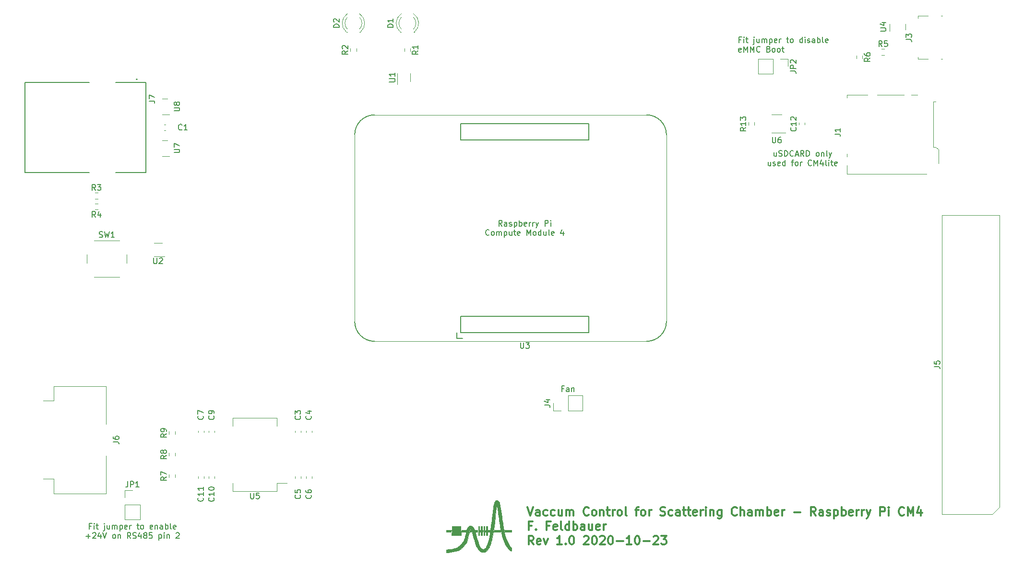
<source format=gbr>
%TF.GenerationSoftware,KiCad,Pcbnew,5.1.9+dfsg1-1~bpo10+1*%
%TF.CreationDate,2021-06-04T12:04:03+02:00*%
%TF.ProjectId,vacctrl_rpi,76616363-7472-46c5-9f72-70692e6b6963,1.0*%
%TF.SameCoordinates,Original*%
%TF.FileFunction,Legend,Top*%
%TF.FilePolarity,Positive*%
%FSLAX46Y46*%
G04 Gerber Fmt 4.6, Leading zero omitted, Abs format (unit mm)*
G04 Created by KiCad (PCBNEW 5.1.9+dfsg1-1~bpo10+1) date 2021-06-04 12:04:03*
%MOMM*%
%LPD*%
G01*
G04 APERTURE LIST*
%ADD10C,0.150000*%
%ADD11C,0.300000*%
%ADD12C,0.010000*%
%ADD13C,0.127000*%
%ADD14C,0.200000*%
%ADD15C,0.120000*%
G04 APERTURE END LIST*
D10*
X144590000Y-93607380D02*
X144256666Y-93131190D01*
X144018571Y-93607380D02*
X144018571Y-92607380D01*
X144399523Y-92607380D01*
X144494761Y-92655000D01*
X144542380Y-92702619D01*
X144590000Y-92797857D01*
X144590000Y-92940714D01*
X144542380Y-93035952D01*
X144494761Y-93083571D01*
X144399523Y-93131190D01*
X144018571Y-93131190D01*
X145447142Y-93607380D02*
X145447142Y-93083571D01*
X145399523Y-92988333D01*
X145304285Y-92940714D01*
X145113809Y-92940714D01*
X145018571Y-92988333D01*
X145447142Y-93559761D02*
X145351904Y-93607380D01*
X145113809Y-93607380D01*
X145018571Y-93559761D01*
X144970952Y-93464523D01*
X144970952Y-93369285D01*
X145018571Y-93274047D01*
X145113809Y-93226428D01*
X145351904Y-93226428D01*
X145447142Y-93178809D01*
X145875714Y-93559761D02*
X145970952Y-93607380D01*
X146161428Y-93607380D01*
X146256666Y-93559761D01*
X146304285Y-93464523D01*
X146304285Y-93416904D01*
X146256666Y-93321666D01*
X146161428Y-93274047D01*
X146018571Y-93274047D01*
X145923333Y-93226428D01*
X145875714Y-93131190D01*
X145875714Y-93083571D01*
X145923333Y-92988333D01*
X146018571Y-92940714D01*
X146161428Y-92940714D01*
X146256666Y-92988333D01*
X146732857Y-92940714D02*
X146732857Y-93940714D01*
X146732857Y-92988333D02*
X146828095Y-92940714D01*
X147018571Y-92940714D01*
X147113809Y-92988333D01*
X147161428Y-93035952D01*
X147209047Y-93131190D01*
X147209047Y-93416904D01*
X147161428Y-93512142D01*
X147113809Y-93559761D01*
X147018571Y-93607380D01*
X146828095Y-93607380D01*
X146732857Y-93559761D01*
X147637619Y-93607380D02*
X147637619Y-92607380D01*
X147637619Y-92988333D02*
X147732857Y-92940714D01*
X147923333Y-92940714D01*
X148018571Y-92988333D01*
X148066190Y-93035952D01*
X148113809Y-93131190D01*
X148113809Y-93416904D01*
X148066190Y-93512142D01*
X148018571Y-93559761D01*
X147923333Y-93607380D01*
X147732857Y-93607380D01*
X147637619Y-93559761D01*
X148923333Y-93559761D02*
X148828095Y-93607380D01*
X148637619Y-93607380D01*
X148542380Y-93559761D01*
X148494761Y-93464523D01*
X148494761Y-93083571D01*
X148542380Y-92988333D01*
X148637619Y-92940714D01*
X148828095Y-92940714D01*
X148923333Y-92988333D01*
X148970952Y-93083571D01*
X148970952Y-93178809D01*
X148494761Y-93274047D01*
X149399523Y-93607380D02*
X149399523Y-92940714D01*
X149399523Y-93131190D02*
X149447142Y-93035952D01*
X149494761Y-92988333D01*
X149590000Y-92940714D01*
X149685238Y-92940714D01*
X150018571Y-93607380D02*
X150018571Y-92940714D01*
X150018571Y-93131190D02*
X150066190Y-93035952D01*
X150113809Y-92988333D01*
X150209047Y-92940714D01*
X150304285Y-92940714D01*
X150542380Y-92940714D02*
X150780476Y-93607380D01*
X151018571Y-92940714D02*
X150780476Y-93607380D01*
X150685238Y-93845476D01*
X150637619Y-93893095D01*
X150542380Y-93940714D01*
X152161428Y-93607380D02*
X152161428Y-92607380D01*
X152542380Y-92607380D01*
X152637619Y-92655000D01*
X152685238Y-92702619D01*
X152732857Y-92797857D01*
X152732857Y-92940714D01*
X152685238Y-93035952D01*
X152637619Y-93083571D01*
X152542380Y-93131190D01*
X152161428Y-93131190D01*
X153161428Y-93607380D02*
X153161428Y-92940714D01*
X153161428Y-92607380D02*
X153113809Y-92655000D01*
X153161428Y-92702619D01*
X153209047Y-92655000D01*
X153161428Y-92607380D01*
X153161428Y-92702619D01*
X142304285Y-95162142D02*
X142256666Y-95209761D01*
X142113809Y-95257380D01*
X142018571Y-95257380D01*
X141875714Y-95209761D01*
X141780476Y-95114523D01*
X141732857Y-95019285D01*
X141685238Y-94828809D01*
X141685238Y-94685952D01*
X141732857Y-94495476D01*
X141780476Y-94400238D01*
X141875714Y-94305000D01*
X142018571Y-94257380D01*
X142113809Y-94257380D01*
X142256666Y-94305000D01*
X142304285Y-94352619D01*
X142875714Y-95257380D02*
X142780476Y-95209761D01*
X142732857Y-95162142D01*
X142685238Y-95066904D01*
X142685238Y-94781190D01*
X142732857Y-94685952D01*
X142780476Y-94638333D01*
X142875714Y-94590714D01*
X143018571Y-94590714D01*
X143113809Y-94638333D01*
X143161428Y-94685952D01*
X143209047Y-94781190D01*
X143209047Y-95066904D01*
X143161428Y-95162142D01*
X143113809Y-95209761D01*
X143018571Y-95257380D01*
X142875714Y-95257380D01*
X143637619Y-95257380D02*
X143637619Y-94590714D01*
X143637619Y-94685952D02*
X143685238Y-94638333D01*
X143780476Y-94590714D01*
X143923333Y-94590714D01*
X144018571Y-94638333D01*
X144066190Y-94733571D01*
X144066190Y-95257380D01*
X144066190Y-94733571D02*
X144113809Y-94638333D01*
X144209047Y-94590714D01*
X144351904Y-94590714D01*
X144447142Y-94638333D01*
X144494761Y-94733571D01*
X144494761Y-95257380D01*
X144970952Y-94590714D02*
X144970952Y-95590714D01*
X144970952Y-94638333D02*
X145066190Y-94590714D01*
X145256666Y-94590714D01*
X145351904Y-94638333D01*
X145399523Y-94685952D01*
X145447142Y-94781190D01*
X145447142Y-95066904D01*
X145399523Y-95162142D01*
X145351904Y-95209761D01*
X145256666Y-95257380D01*
X145066190Y-95257380D01*
X144970952Y-95209761D01*
X146304285Y-94590714D02*
X146304285Y-95257380D01*
X145875714Y-94590714D02*
X145875714Y-95114523D01*
X145923333Y-95209761D01*
X146018571Y-95257380D01*
X146161428Y-95257380D01*
X146256666Y-95209761D01*
X146304285Y-95162142D01*
X146637619Y-94590714D02*
X147018571Y-94590714D01*
X146780476Y-94257380D02*
X146780476Y-95114523D01*
X146828095Y-95209761D01*
X146923333Y-95257380D01*
X147018571Y-95257380D01*
X147732857Y-95209761D02*
X147637619Y-95257380D01*
X147447142Y-95257380D01*
X147351904Y-95209761D01*
X147304285Y-95114523D01*
X147304285Y-94733571D01*
X147351904Y-94638333D01*
X147447142Y-94590714D01*
X147637619Y-94590714D01*
X147732857Y-94638333D01*
X147780476Y-94733571D01*
X147780476Y-94828809D01*
X147304285Y-94924047D01*
X148970952Y-95257380D02*
X148970952Y-94257380D01*
X149304285Y-94971666D01*
X149637619Y-94257380D01*
X149637619Y-95257380D01*
X150256666Y-95257380D02*
X150161428Y-95209761D01*
X150113809Y-95162142D01*
X150066190Y-95066904D01*
X150066190Y-94781190D01*
X150113809Y-94685952D01*
X150161428Y-94638333D01*
X150256666Y-94590714D01*
X150399523Y-94590714D01*
X150494761Y-94638333D01*
X150542380Y-94685952D01*
X150590000Y-94781190D01*
X150590000Y-95066904D01*
X150542380Y-95162142D01*
X150494761Y-95209761D01*
X150399523Y-95257380D01*
X150256666Y-95257380D01*
X151447142Y-95257380D02*
X151447142Y-94257380D01*
X151447142Y-95209761D02*
X151351904Y-95257380D01*
X151161428Y-95257380D01*
X151066190Y-95209761D01*
X151018571Y-95162142D01*
X150970952Y-95066904D01*
X150970952Y-94781190D01*
X151018571Y-94685952D01*
X151066190Y-94638333D01*
X151161428Y-94590714D01*
X151351904Y-94590714D01*
X151447142Y-94638333D01*
X152351904Y-94590714D02*
X152351904Y-95257380D01*
X151923333Y-94590714D02*
X151923333Y-95114523D01*
X151970952Y-95209761D01*
X152066190Y-95257380D01*
X152209047Y-95257380D01*
X152304285Y-95209761D01*
X152351904Y-95162142D01*
X152970952Y-95257380D02*
X152875714Y-95209761D01*
X152828095Y-95114523D01*
X152828095Y-94257380D01*
X153732857Y-95209761D02*
X153637619Y-95257380D01*
X153447142Y-95257380D01*
X153351904Y-95209761D01*
X153304285Y-95114523D01*
X153304285Y-94733571D01*
X153351904Y-94638333D01*
X153447142Y-94590714D01*
X153637619Y-94590714D01*
X153732857Y-94638333D01*
X153780476Y-94733571D01*
X153780476Y-94828809D01*
X153304285Y-94924047D01*
X155399523Y-94590714D02*
X155399523Y-95257380D01*
X155161428Y-94209761D02*
X154923333Y-94924047D01*
X155542380Y-94924047D01*
X155448095Y-122356571D02*
X155114761Y-122356571D01*
X155114761Y-122880380D02*
X155114761Y-121880380D01*
X155590952Y-121880380D01*
X156400476Y-122880380D02*
X156400476Y-122356571D01*
X156352857Y-122261333D01*
X156257619Y-122213714D01*
X156067142Y-122213714D01*
X155971904Y-122261333D01*
X156400476Y-122832761D02*
X156305238Y-122880380D01*
X156067142Y-122880380D01*
X155971904Y-122832761D01*
X155924285Y-122737523D01*
X155924285Y-122642285D01*
X155971904Y-122547047D01*
X156067142Y-122499428D01*
X156305238Y-122499428D01*
X156400476Y-122451809D01*
X156876666Y-122213714D02*
X156876666Y-122880380D01*
X156876666Y-122308952D02*
X156924285Y-122261333D01*
X157019523Y-122213714D01*
X157162380Y-122213714D01*
X157257619Y-122261333D01*
X157305238Y-122356571D01*
X157305238Y-122880380D01*
X192992952Y-80621714D02*
X192992952Y-81288380D01*
X192564380Y-80621714D02*
X192564380Y-81145523D01*
X192612000Y-81240761D01*
X192707238Y-81288380D01*
X192850095Y-81288380D01*
X192945333Y-81240761D01*
X192992952Y-81193142D01*
X193421523Y-81240761D02*
X193564380Y-81288380D01*
X193802476Y-81288380D01*
X193897714Y-81240761D01*
X193945333Y-81193142D01*
X193992952Y-81097904D01*
X193992952Y-81002666D01*
X193945333Y-80907428D01*
X193897714Y-80859809D01*
X193802476Y-80812190D01*
X193612000Y-80764571D01*
X193516761Y-80716952D01*
X193469142Y-80669333D01*
X193421523Y-80574095D01*
X193421523Y-80478857D01*
X193469142Y-80383619D01*
X193516761Y-80336000D01*
X193612000Y-80288380D01*
X193850095Y-80288380D01*
X193992952Y-80336000D01*
X194421523Y-81288380D02*
X194421523Y-80288380D01*
X194659619Y-80288380D01*
X194802476Y-80336000D01*
X194897714Y-80431238D01*
X194945333Y-80526476D01*
X194992952Y-80716952D01*
X194992952Y-80859809D01*
X194945333Y-81050285D01*
X194897714Y-81145523D01*
X194802476Y-81240761D01*
X194659619Y-81288380D01*
X194421523Y-81288380D01*
X195992952Y-81193142D02*
X195945333Y-81240761D01*
X195802476Y-81288380D01*
X195707238Y-81288380D01*
X195564380Y-81240761D01*
X195469142Y-81145523D01*
X195421523Y-81050285D01*
X195373904Y-80859809D01*
X195373904Y-80716952D01*
X195421523Y-80526476D01*
X195469142Y-80431238D01*
X195564380Y-80336000D01*
X195707238Y-80288380D01*
X195802476Y-80288380D01*
X195945333Y-80336000D01*
X195992952Y-80383619D01*
X196373904Y-81002666D02*
X196850095Y-81002666D01*
X196278666Y-81288380D02*
X196612000Y-80288380D01*
X196945333Y-81288380D01*
X197850095Y-81288380D02*
X197516761Y-80812190D01*
X197278666Y-81288380D02*
X197278666Y-80288380D01*
X197659619Y-80288380D01*
X197754857Y-80336000D01*
X197802476Y-80383619D01*
X197850095Y-80478857D01*
X197850095Y-80621714D01*
X197802476Y-80716952D01*
X197754857Y-80764571D01*
X197659619Y-80812190D01*
X197278666Y-80812190D01*
X198278666Y-81288380D02*
X198278666Y-80288380D01*
X198516761Y-80288380D01*
X198659619Y-80336000D01*
X198754857Y-80431238D01*
X198802476Y-80526476D01*
X198850095Y-80716952D01*
X198850095Y-80859809D01*
X198802476Y-81050285D01*
X198754857Y-81145523D01*
X198659619Y-81240761D01*
X198516761Y-81288380D01*
X198278666Y-81288380D01*
X200183428Y-81288380D02*
X200088190Y-81240761D01*
X200040571Y-81193142D01*
X199992952Y-81097904D01*
X199992952Y-80812190D01*
X200040571Y-80716952D01*
X200088190Y-80669333D01*
X200183428Y-80621714D01*
X200326285Y-80621714D01*
X200421523Y-80669333D01*
X200469142Y-80716952D01*
X200516761Y-80812190D01*
X200516761Y-81097904D01*
X200469142Y-81193142D01*
X200421523Y-81240761D01*
X200326285Y-81288380D01*
X200183428Y-81288380D01*
X200945333Y-80621714D02*
X200945333Y-81288380D01*
X200945333Y-80716952D02*
X200992952Y-80669333D01*
X201088190Y-80621714D01*
X201231047Y-80621714D01*
X201326285Y-80669333D01*
X201373904Y-80764571D01*
X201373904Y-81288380D01*
X201992952Y-81288380D02*
X201897714Y-81240761D01*
X201850095Y-81145523D01*
X201850095Y-80288380D01*
X202278666Y-80621714D02*
X202516761Y-81288380D01*
X202754857Y-80621714D02*
X202516761Y-81288380D01*
X202421523Y-81526476D01*
X202373904Y-81574095D01*
X202278666Y-81621714D01*
X191969142Y-82271714D02*
X191969142Y-82938380D01*
X191540571Y-82271714D02*
X191540571Y-82795523D01*
X191588190Y-82890761D01*
X191683428Y-82938380D01*
X191826285Y-82938380D01*
X191921523Y-82890761D01*
X191969142Y-82843142D01*
X192397714Y-82890761D02*
X192492952Y-82938380D01*
X192683428Y-82938380D01*
X192778666Y-82890761D01*
X192826285Y-82795523D01*
X192826285Y-82747904D01*
X192778666Y-82652666D01*
X192683428Y-82605047D01*
X192540571Y-82605047D01*
X192445333Y-82557428D01*
X192397714Y-82462190D01*
X192397714Y-82414571D01*
X192445333Y-82319333D01*
X192540571Y-82271714D01*
X192683428Y-82271714D01*
X192778666Y-82319333D01*
X193635809Y-82890761D02*
X193540571Y-82938380D01*
X193350095Y-82938380D01*
X193254857Y-82890761D01*
X193207238Y-82795523D01*
X193207238Y-82414571D01*
X193254857Y-82319333D01*
X193350095Y-82271714D01*
X193540571Y-82271714D01*
X193635809Y-82319333D01*
X193683428Y-82414571D01*
X193683428Y-82509809D01*
X193207238Y-82605047D01*
X194540571Y-82938380D02*
X194540571Y-81938380D01*
X194540571Y-82890761D02*
X194445333Y-82938380D01*
X194254857Y-82938380D01*
X194159619Y-82890761D01*
X194112000Y-82843142D01*
X194064380Y-82747904D01*
X194064380Y-82462190D01*
X194112000Y-82366952D01*
X194159619Y-82319333D01*
X194254857Y-82271714D01*
X194445333Y-82271714D01*
X194540571Y-82319333D01*
X195635809Y-82271714D02*
X196016761Y-82271714D01*
X195778666Y-82938380D02*
X195778666Y-82081238D01*
X195826285Y-81986000D01*
X195921523Y-81938380D01*
X196016761Y-81938380D01*
X196492952Y-82938380D02*
X196397714Y-82890761D01*
X196350095Y-82843142D01*
X196302476Y-82747904D01*
X196302476Y-82462190D01*
X196350095Y-82366952D01*
X196397714Y-82319333D01*
X196492952Y-82271714D01*
X196635809Y-82271714D01*
X196731047Y-82319333D01*
X196778666Y-82366952D01*
X196826285Y-82462190D01*
X196826285Y-82747904D01*
X196778666Y-82843142D01*
X196731047Y-82890761D01*
X196635809Y-82938380D01*
X196492952Y-82938380D01*
X197254857Y-82938380D02*
X197254857Y-82271714D01*
X197254857Y-82462190D02*
X197302476Y-82366952D01*
X197350095Y-82319333D01*
X197445333Y-82271714D01*
X197540571Y-82271714D01*
X199207238Y-82843142D02*
X199159619Y-82890761D01*
X199016761Y-82938380D01*
X198921523Y-82938380D01*
X198778666Y-82890761D01*
X198683428Y-82795523D01*
X198635809Y-82700285D01*
X198588190Y-82509809D01*
X198588190Y-82366952D01*
X198635809Y-82176476D01*
X198683428Y-82081238D01*
X198778666Y-81986000D01*
X198921523Y-81938380D01*
X199016761Y-81938380D01*
X199159619Y-81986000D01*
X199207238Y-82033619D01*
X199635809Y-82938380D02*
X199635809Y-81938380D01*
X199969142Y-82652666D01*
X200302476Y-81938380D01*
X200302476Y-82938380D01*
X201207238Y-82271714D02*
X201207238Y-82938380D01*
X200969142Y-81890761D02*
X200731047Y-82605047D01*
X201350095Y-82605047D01*
X201873904Y-82938380D02*
X201778666Y-82890761D01*
X201731047Y-82795523D01*
X201731047Y-81938380D01*
X202254857Y-82938380D02*
X202254857Y-82271714D01*
X202254857Y-81938380D02*
X202207238Y-81986000D01*
X202254857Y-82033619D01*
X202302476Y-81986000D01*
X202254857Y-81938380D01*
X202254857Y-82033619D01*
X202588190Y-82271714D02*
X202969142Y-82271714D01*
X202731047Y-81938380D02*
X202731047Y-82795523D01*
X202778666Y-82890761D01*
X202873904Y-82938380D01*
X202969142Y-82938380D01*
X203683428Y-82890761D02*
X203588190Y-82938380D01*
X203397714Y-82938380D01*
X203302476Y-82890761D01*
X203254857Y-82795523D01*
X203254857Y-82414571D01*
X203302476Y-82319333D01*
X203397714Y-82271714D01*
X203588190Y-82271714D01*
X203683428Y-82319333D01*
X203731047Y-82414571D01*
X203731047Y-82509809D01*
X203254857Y-82605047D01*
X72089285Y-146614071D02*
X71755952Y-146614071D01*
X71755952Y-147137880D02*
X71755952Y-146137880D01*
X72232142Y-146137880D01*
X72613095Y-147137880D02*
X72613095Y-146471214D01*
X72613095Y-146137880D02*
X72565476Y-146185500D01*
X72613095Y-146233119D01*
X72660714Y-146185500D01*
X72613095Y-146137880D01*
X72613095Y-146233119D01*
X72946428Y-146471214D02*
X73327380Y-146471214D01*
X73089285Y-146137880D02*
X73089285Y-146995023D01*
X73136904Y-147090261D01*
X73232142Y-147137880D01*
X73327380Y-147137880D01*
X74422619Y-146471214D02*
X74422619Y-147328357D01*
X74375000Y-147423595D01*
X74279761Y-147471214D01*
X74232142Y-147471214D01*
X74422619Y-146137880D02*
X74375000Y-146185500D01*
X74422619Y-146233119D01*
X74470238Y-146185500D01*
X74422619Y-146137880D01*
X74422619Y-146233119D01*
X75327380Y-146471214D02*
X75327380Y-147137880D01*
X74898809Y-146471214D02*
X74898809Y-146995023D01*
X74946428Y-147090261D01*
X75041666Y-147137880D01*
X75184523Y-147137880D01*
X75279761Y-147090261D01*
X75327380Y-147042642D01*
X75803571Y-147137880D02*
X75803571Y-146471214D01*
X75803571Y-146566452D02*
X75851190Y-146518833D01*
X75946428Y-146471214D01*
X76089285Y-146471214D01*
X76184523Y-146518833D01*
X76232142Y-146614071D01*
X76232142Y-147137880D01*
X76232142Y-146614071D02*
X76279761Y-146518833D01*
X76375000Y-146471214D01*
X76517857Y-146471214D01*
X76613095Y-146518833D01*
X76660714Y-146614071D01*
X76660714Y-147137880D01*
X77136904Y-146471214D02*
X77136904Y-147471214D01*
X77136904Y-146518833D02*
X77232142Y-146471214D01*
X77422619Y-146471214D01*
X77517857Y-146518833D01*
X77565476Y-146566452D01*
X77613095Y-146661690D01*
X77613095Y-146947404D01*
X77565476Y-147042642D01*
X77517857Y-147090261D01*
X77422619Y-147137880D01*
X77232142Y-147137880D01*
X77136904Y-147090261D01*
X78422619Y-147090261D02*
X78327380Y-147137880D01*
X78136904Y-147137880D01*
X78041666Y-147090261D01*
X77994047Y-146995023D01*
X77994047Y-146614071D01*
X78041666Y-146518833D01*
X78136904Y-146471214D01*
X78327380Y-146471214D01*
X78422619Y-146518833D01*
X78470238Y-146614071D01*
X78470238Y-146709309D01*
X77994047Y-146804547D01*
X78898809Y-147137880D02*
X78898809Y-146471214D01*
X78898809Y-146661690D02*
X78946428Y-146566452D01*
X78994047Y-146518833D01*
X79089285Y-146471214D01*
X79184523Y-146471214D01*
X80136904Y-146471214D02*
X80517857Y-146471214D01*
X80279761Y-146137880D02*
X80279761Y-146995023D01*
X80327380Y-147090261D01*
X80422619Y-147137880D01*
X80517857Y-147137880D01*
X80994047Y-147137880D02*
X80898809Y-147090261D01*
X80851190Y-147042642D01*
X80803571Y-146947404D01*
X80803571Y-146661690D01*
X80851190Y-146566452D01*
X80898809Y-146518833D01*
X80994047Y-146471214D01*
X81136904Y-146471214D01*
X81232142Y-146518833D01*
X81279761Y-146566452D01*
X81327380Y-146661690D01*
X81327380Y-146947404D01*
X81279761Y-147042642D01*
X81232142Y-147090261D01*
X81136904Y-147137880D01*
X80994047Y-147137880D01*
X82898809Y-147090261D02*
X82803571Y-147137880D01*
X82613095Y-147137880D01*
X82517857Y-147090261D01*
X82470238Y-146995023D01*
X82470238Y-146614071D01*
X82517857Y-146518833D01*
X82613095Y-146471214D01*
X82803571Y-146471214D01*
X82898809Y-146518833D01*
X82946428Y-146614071D01*
X82946428Y-146709309D01*
X82470238Y-146804547D01*
X83375000Y-146471214D02*
X83375000Y-147137880D01*
X83375000Y-146566452D02*
X83422619Y-146518833D01*
X83517857Y-146471214D01*
X83660714Y-146471214D01*
X83755952Y-146518833D01*
X83803571Y-146614071D01*
X83803571Y-147137880D01*
X84708333Y-147137880D02*
X84708333Y-146614071D01*
X84660714Y-146518833D01*
X84565476Y-146471214D01*
X84375000Y-146471214D01*
X84279761Y-146518833D01*
X84708333Y-147090261D02*
X84613095Y-147137880D01*
X84375000Y-147137880D01*
X84279761Y-147090261D01*
X84232142Y-146995023D01*
X84232142Y-146899785D01*
X84279761Y-146804547D01*
X84375000Y-146756928D01*
X84613095Y-146756928D01*
X84708333Y-146709309D01*
X85184523Y-147137880D02*
X85184523Y-146137880D01*
X85184523Y-146518833D02*
X85279761Y-146471214D01*
X85470238Y-146471214D01*
X85565476Y-146518833D01*
X85613095Y-146566452D01*
X85660714Y-146661690D01*
X85660714Y-146947404D01*
X85613095Y-147042642D01*
X85565476Y-147090261D01*
X85470238Y-147137880D01*
X85279761Y-147137880D01*
X85184523Y-147090261D01*
X86232142Y-147137880D02*
X86136904Y-147090261D01*
X86089285Y-146995023D01*
X86089285Y-146137880D01*
X86994047Y-147090261D02*
X86898809Y-147137880D01*
X86708333Y-147137880D01*
X86613095Y-147090261D01*
X86565476Y-146995023D01*
X86565476Y-146614071D01*
X86613095Y-146518833D01*
X86708333Y-146471214D01*
X86898809Y-146471214D01*
X86994047Y-146518833D01*
X87041666Y-146614071D01*
X87041666Y-146709309D01*
X86565476Y-146804547D01*
X71160714Y-148406928D02*
X71922619Y-148406928D01*
X71541666Y-148787880D02*
X71541666Y-148025976D01*
X72351190Y-147883119D02*
X72398809Y-147835500D01*
X72494047Y-147787880D01*
X72732142Y-147787880D01*
X72827380Y-147835500D01*
X72875000Y-147883119D01*
X72922619Y-147978357D01*
X72922619Y-148073595D01*
X72875000Y-148216452D01*
X72303571Y-148787880D01*
X72922619Y-148787880D01*
X73779761Y-148121214D02*
X73779761Y-148787880D01*
X73541666Y-147740261D02*
X73303571Y-148454547D01*
X73922619Y-148454547D01*
X74160714Y-147787880D02*
X74494047Y-148787880D01*
X74827380Y-147787880D01*
X76065476Y-148787880D02*
X75970238Y-148740261D01*
X75922619Y-148692642D01*
X75875000Y-148597404D01*
X75875000Y-148311690D01*
X75922619Y-148216452D01*
X75970238Y-148168833D01*
X76065476Y-148121214D01*
X76208333Y-148121214D01*
X76303571Y-148168833D01*
X76351190Y-148216452D01*
X76398809Y-148311690D01*
X76398809Y-148597404D01*
X76351190Y-148692642D01*
X76303571Y-148740261D01*
X76208333Y-148787880D01*
X76065476Y-148787880D01*
X76827380Y-148121214D02*
X76827380Y-148787880D01*
X76827380Y-148216452D02*
X76875000Y-148168833D01*
X76970238Y-148121214D01*
X77113095Y-148121214D01*
X77208333Y-148168833D01*
X77255952Y-148264071D01*
X77255952Y-148787880D01*
X79065476Y-148787880D02*
X78732142Y-148311690D01*
X78494047Y-148787880D02*
X78494047Y-147787880D01*
X78875000Y-147787880D01*
X78970238Y-147835500D01*
X79017857Y-147883119D01*
X79065476Y-147978357D01*
X79065476Y-148121214D01*
X79017857Y-148216452D01*
X78970238Y-148264071D01*
X78875000Y-148311690D01*
X78494047Y-148311690D01*
X79446428Y-148740261D02*
X79589285Y-148787880D01*
X79827380Y-148787880D01*
X79922619Y-148740261D01*
X79970238Y-148692642D01*
X80017857Y-148597404D01*
X80017857Y-148502166D01*
X79970238Y-148406928D01*
X79922619Y-148359309D01*
X79827380Y-148311690D01*
X79636904Y-148264071D01*
X79541666Y-148216452D01*
X79494047Y-148168833D01*
X79446428Y-148073595D01*
X79446428Y-147978357D01*
X79494047Y-147883119D01*
X79541666Y-147835500D01*
X79636904Y-147787880D01*
X79875000Y-147787880D01*
X80017857Y-147835500D01*
X80875000Y-148121214D02*
X80875000Y-148787880D01*
X80636904Y-147740261D02*
X80398809Y-148454547D01*
X81017857Y-148454547D01*
X81541666Y-148216452D02*
X81446428Y-148168833D01*
X81398809Y-148121214D01*
X81351190Y-148025976D01*
X81351190Y-147978357D01*
X81398809Y-147883119D01*
X81446428Y-147835500D01*
X81541666Y-147787880D01*
X81732142Y-147787880D01*
X81827380Y-147835500D01*
X81875000Y-147883119D01*
X81922619Y-147978357D01*
X81922619Y-148025976D01*
X81875000Y-148121214D01*
X81827380Y-148168833D01*
X81732142Y-148216452D01*
X81541666Y-148216452D01*
X81446428Y-148264071D01*
X81398809Y-148311690D01*
X81351190Y-148406928D01*
X81351190Y-148597404D01*
X81398809Y-148692642D01*
X81446428Y-148740261D01*
X81541666Y-148787880D01*
X81732142Y-148787880D01*
X81827380Y-148740261D01*
X81875000Y-148692642D01*
X81922619Y-148597404D01*
X81922619Y-148406928D01*
X81875000Y-148311690D01*
X81827380Y-148264071D01*
X81732142Y-148216452D01*
X82827380Y-147787880D02*
X82351190Y-147787880D01*
X82303571Y-148264071D01*
X82351190Y-148216452D01*
X82446428Y-148168833D01*
X82684523Y-148168833D01*
X82779761Y-148216452D01*
X82827380Y-148264071D01*
X82875000Y-148359309D01*
X82875000Y-148597404D01*
X82827380Y-148692642D01*
X82779761Y-148740261D01*
X82684523Y-148787880D01*
X82446428Y-148787880D01*
X82351190Y-148740261D01*
X82303571Y-148692642D01*
X84065476Y-148121214D02*
X84065476Y-149121214D01*
X84065476Y-148168833D02*
X84160714Y-148121214D01*
X84351190Y-148121214D01*
X84446428Y-148168833D01*
X84494047Y-148216452D01*
X84541666Y-148311690D01*
X84541666Y-148597404D01*
X84494047Y-148692642D01*
X84446428Y-148740261D01*
X84351190Y-148787880D01*
X84160714Y-148787880D01*
X84065476Y-148740261D01*
X84970238Y-148787880D02*
X84970238Y-148121214D01*
X84970238Y-147787880D02*
X84922619Y-147835500D01*
X84970238Y-147883119D01*
X85017857Y-147835500D01*
X84970238Y-147787880D01*
X84970238Y-147883119D01*
X85446428Y-148121214D02*
X85446428Y-148787880D01*
X85446428Y-148216452D02*
X85494047Y-148168833D01*
X85589285Y-148121214D01*
X85732142Y-148121214D01*
X85827380Y-148168833D01*
X85875000Y-148264071D01*
X85875000Y-148787880D01*
X87065476Y-147883119D02*
X87113095Y-147835500D01*
X87208333Y-147787880D01*
X87446428Y-147787880D01*
X87541666Y-147835500D01*
X87589285Y-147883119D01*
X87636904Y-147978357D01*
X87636904Y-148073595D01*
X87589285Y-148216452D01*
X87017857Y-148787880D01*
X87636904Y-148787880D01*
X186723928Y-60698571D02*
X186390595Y-60698571D01*
X186390595Y-61222380D02*
X186390595Y-60222380D01*
X186866785Y-60222380D01*
X187247738Y-61222380D02*
X187247738Y-60555714D01*
X187247738Y-60222380D02*
X187200119Y-60270000D01*
X187247738Y-60317619D01*
X187295357Y-60270000D01*
X187247738Y-60222380D01*
X187247738Y-60317619D01*
X187581071Y-60555714D02*
X187962023Y-60555714D01*
X187723928Y-60222380D02*
X187723928Y-61079523D01*
X187771547Y-61174761D01*
X187866785Y-61222380D01*
X187962023Y-61222380D01*
X189057261Y-60555714D02*
X189057261Y-61412857D01*
X189009642Y-61508095D01*
X188914404Y-61555714D01*
X188866785Y-61555714D01*
X189057261Y-60222380D02*
X189009642Y-60270000D01*
X189057261Y-60317619D01*
X189104880Y-60270000D01*
X189057261Y-60222380D01*
X189057261Y-60317619D01*
X189962023Y-60555714D02*
X189962023Y-61222380D01*
X189533452Y-60555714D02*
X189533452Y-61079523D01*
X189581071Y-61174761D01*
X189676309Y-61222380D01*
X189819166Y-61222380D01*
X189914404Y-61174761D01*
X189962023Y-61127142D01*
X190438214Y-61222380D02*
X190438214Y-60555714D01*
X190438214Y-60650952D02*
X190485833Y-60603333D01*
X190581071Y-60555714D01*
X190723928Y-60555714D01*
X190819166Y-60603333D01*
X190866785Y-60698571D01*
X190866785Y-61222380D01*
X190866785Y-60698571D02*
X190914404Y-60603333D01*
X191009642Y-60555714D01*
X191152500Y-60555714D01*
X191247738Y-60603333D01*
X191295357Y-60698571D01*
X191295357Y-61222380D01*
X191771547Y-60555714D02*
X191771547Y-61555714D01*
X191771547Y-60603333D02*
X191866785Y-60555714D01*
X192057261Y-60555714D01*
X192152500Y-60603333D01*
X192200119Y-60650952D01*
X192247738Y-60746190D01*
X192247738Y-61031904D01*
X192200119Y-61127142D01*
X192152500Y-61174761D01*
X192057261Y-61222380D01*
X191866785Y-61222380D01*
X191771547Y-61174761D01*
X193057261Y-61174761D02*
X192962023Y-61222380D01*
X192771547Y-61222380D01*
X192676309Y-61174761D01*
X192628690Y-61079523D01*
X192628690Y-60698571D01*
X192676309Y-60603333D01*
X192771547Y-60555714D01*
X192962023Y-60555714D01*
X193057261Y-60603333D01*
X193104880Y-60698571D01*
X193104880Y-60793809D01*
X192628690Y-60889047D01*
X193533452Y-61222380D02*
X193533452Y-60555714D01*
X193533452Y-60746190D02*
X193581071Y-60650952D01*
X193628690Y-60603333D01*
X193723928Y-60555714D01*
X193819166Y-60555714D01*
X194771547Y-60555714D02*
X195152500Y-60555714D01*
X194914404Y-60222380D02*
X194914404Y-61079523D01*
X194962023Y-61174761D01*
X195057261Y-61222380D01*
X195152500Y-61222380D01*
X195628690Y-61222380D02*
X195533452Y-61174761D01*
X195485833Y-61127142D01*
X195438214Y-61031904D01*
X195438214Y-60746190D01*
X195485833Y-60650952D01*
X195533452Y-60603333D01*
X195628690Y-60555714D01*
X195771547Y-60555714D01*
X195866785Y-60603333D01*
X195914404Y-60650952D01*
X195962023Y-60746190D01*
X195962023Y-61031904D01*
X195914404Y-61127142D01*
X195866785Y-61174761D01*
X195771547Y-61222380D01*
X195628690Y-61222380D01*
X197581071Y-61222380D02*
X197581071Y-60222380D01*
X197581071Y-61174761D02*
X197485833Y-61222380D01*
X197295357Y-61222380D01*
X197200119Y-61174761D01*
X197152500Y-61127142D01*
X197104880Y-61031904D01*
X197104880Y-60746190D01*
X197152500Y-60650952D01*
X197200119Y-60603333D01*
X197295357Y-60555714D01*
X197485833Y-60555714D01*
X197581071Y-60603333D01*
X198057261Y-61222380D02*
X198057261Y-60555714D01*
X198057261Y-60222380D02*
X198009642Y-60270000D01*
X198057261Y-60317619D01*
X198104880Y-60270000D01*
X198057261Y-60222380D01*
X198057261Y-60317619D01*
X198485833Y-61174761D02*
X198581071Y-61222380D01*
X198771547Y-61222380D01*
X198866785Y-61174761D01*
X198914404Y-61079523D01*
X198914404Y-61031904D01*
X198866785Y-60936666D01*
X198771547Y-60889047D01*
X198628690Y-60889047D01*
X198533452Y-60841428D01*
X198485833Y-60746190D01*
X198485833Y-60698571D01*
X198533452Y-60603333D01*
X198628690Y-60555714D01*
X198771547Y-60555714D01*
X198866785Y-60603333D01*
X199771547Y-61222380D02*
X199771547Y-60698571D01*
X199723928Y-60603333D01*
X199628690Y-60555714D01*
X199438214Y-60555714D01*
X199342976Y-60603333D01*
X199771547Y-61174761D02*
X199676309Y-61222380D01*
X199438214Y-61222380D01*
X199342976Y-61174761D01*
X199295357Y-61079523D01*
X199295357Y-60984285D01*
X199342976Y-60889047D01*
X199438214Y-60841428D01*
X199676309Y-60841428D01*
X199771547Y-60793809D01*
X200247738Y-61222380D02*
X200247738Y-60222380D01*
X200247738Y-60603333D02*
X200342976Y-60555714D01*
X200533452Y-60555714D01*
X200628690Y-60603333D01*
X200676309Y-60650952D01*
X200723928Y-60746190D01*
X200723928Y-61031904D01*
X200676309Y-61127142D01*
X200628690Y-61174761D01*
X200533452Y-61222380D01*
X200342976Y-61222380D01*
X200247738Y-61174761D01*
X201295357Y-61222380D02*
X201200119Y-61174761D01*
X201152500Y-61079523D01*
X201152500Y-60222380D01*
X202057261Y-61174761D02*
X201962023Y-61222380D01*
X201771547Y-61222380D01*
X201676309Y-61174761D01*
X201628690Y-61079523D01*
X201628690Y-60698571D01*
X201676309Y-60603333D01*
X201771547Y-60555714D01*
X201962023Y-60555714D01*
X202057261Y-60603333D01*
X202104880Y-60698571D01*
X202104880Y-60793809D01*
X201628690Y-60889047D01*
X186771547Y-62824761D02*
X186676309Y-62872380D01*
X186485833Y-62872380D01*
X186390595Y-62824761D01*
X186342976Y-62729523D01*
X186342976Y-62348571D01*
X186390595Y-62253333D01*
X186485833Y-62205714D01*
X186676309Y-62205714D01*
X186771547Y-62253333D01*
X186819166Y-62348571D01*
X186819166Y-62443809D01*
X186342976Y-62539047D01*
X187247738Y-62872380D02*
X187247738Y-61872380D01*
X187581071Y-62586666D01*
X187914404Y-61872380D01*
X187914404Y-62872380D01*
X188390595Y-62872380D02*
X188390595Y-61872380D01*
X188723928Y-62586666D01*
X189057261Y-61872380D01*
X189057261Y-62872380D01*
X190104880Y-62777142D02*
X190057261Y-62824761D01*
X189914404Y-62872380D01*
X189819166Y-62872380D01*
X189676309Y-62824761D01*
X189581071Y-62729523D01*
X189533452Y-62634285D01*
X189485833Y-62443809D01*
X189485833Y-62300952D01*
X189533452Y-62110476D01*
X189581071Y-62015238D01*
X189676309Y-61920000D01*
X189819166Y-61872380D01*
X189914404Y-61872380D01*
X190057261Y-61920000D01*
X190104880Y-61967619D01*
X191628690Y-62348571D02*
X191771547Y-62396190D01*
X191819166Y-62443809D01*
X191866785Y-62539047D01*
X191866785Y-62681904D01*
X191819166Y-62777142D01*
X191771547Y-62824761D01*
X191676309Y-62872380D01*
X191295357Y-62872380D01*
X191295357Y-61872380D01*
X191628690Y-61872380D01*
X191723928Y-61920000D01*
X191771547Y-61967619D01*
X191819166Y-62062857D01*
X191819166Y-62158095D01*
X191771547Y-62253333D01*
X191723928Y-62300952D01*
X191628690Y-62348571D01*
X191295357Y-62348571D01*
X192438214Y-62872380D02*
X192342976Y-62824761D01*
X192295357Y-62777142D01*
X192247738Y-62681904D01*
X192247738Y-62396190D01*
X192295357Y-62300952D01*
X192342976Y-62253333D01*
X192438214Y-62205714D01*
X192581071Y-62205714D01*
X192676309Y-62253333D01*
X192723928Y-62300952D01*
X192771547Y-62396190D01*
X192771547Y-62681904D01*
X192723928Y-62777142D01*
X192676309Y-62824761D01*
X192581071Y-62872380D01*
X192438214Y-62872380D01*
X193342976Y-62872380D02*
X193247738Y-62824761D01*
X193200119Y-62777142D01*
X193152500Y-62681904D01*
X193152500Y-62396190D01*
X193200119Y-62300952D01*
X193247738Y-62253333D01*
X193342976Y-62205714D01*
X193485833Y-62205714D01*
X193581071Y-62253333D01*
X193628690Y-62300952D01*
X193676309Y-62396190D01*
X193676309Y-62681904D01*
X193628690Y-62777142D01*
X193581071Y-62824761D01*
X193485833Y-62872380D01*
X193342976Y-62872380D01*
X193962023Y-62205714D02*
X194342976Y-62205714D01*
X194104880Y-61872380D02*
X194104880Y-62729523D01*
X194152500Y-62824761D01*
X194247738Y-62872380D01*
X194342976Y-62872380D01*
D11*
X149087857Y-143278571D02*
X149587857Y-144778571D01*
X150087857Y-143278571D01*
X151230714Y-144778571D02*
X151230714Y-143992857D01*
X151159285Y-143850000D01*
X151016428Y-143778571D01*
X150730714Y-143778571D01*
X150587857Y-143850000D01*
X151230714Y-144707142D02*
X151087857Y-144778571D01*
X150730714Y-144778571D01*
X150587857Y-144707142D01*
X150516428Y-144564285D01*
X150516428Y-144421428D01*
X150587857Y-144278571D01*
X150730714Y-144207142D01*
X151087857Y-144207142D01*
X151230714Y-144135714D01*
X152587857Y-144707142D02*
X152445000Y-144778571D01*
X152159285Y-144778571D01*
X152016428Y-144707142D01*
X151945000Y-144635714D01*
X151873571Y-144492857D01*
X151873571Y-144064285D01*
X151945000Y-143921428D01*
X152016428Y-143850000D01*
X152159285Y-143778571D01*
X152445000Y-143778571D01*
X152587857Y-143850000D01*
X153873571Y-144707142D02*
X153730714Y-144778571D01*
X153445000Y-144778571D01*
X153302142Y-144707142D01*
X153230714Y-144635714D01*
X153159285Y-144492857D01*
X153159285Y-144064285D01*
X153230714Y-143921428D01*
X153302142Y-143850000D01*
X153445000Y-143778571D01*
X153730714Y-143778571D01*
X153873571Y-143850000D01*
X155159285Y-143778571D02*
X155159285Y-144778571D01*
X154516428Y-143778571D02*
X154516428Y-144564285D01*
X154587857Y-144707142D01*
X154730714Y-144778571D01*
X154945000Y-144778571D01*
X155087857Y-144707142D01*
X155159285Y-144635714D01*
X155873571Y-144778571D02*
X155873571Y-143778571D01*
X155873571Y-143921428D02*
X155945000Y-143850000D01*
X156087857Y-143778571D01*
X156302142Y-143778571D01*
X156445000Y-143850000D01*
X156516428Y-143992857D01*
X156516428Y-144778571D01*
X156516428Y-143992857D02*
X156587857Y-143850000D01*
X156730714Y-143778571D01*
X156945000Y-143778571D01*
X157087857Y-143850000D01*
X157159285Y-143992857D01*
X157159285Y-144778571D01*
X159873571Y-144635714D02*
X159802142Y-144707142D01*
X159587857Y-144778571D01*
X159445000Y-144778571D01*
X159230714Y-144707142D01*
X159087857Y-144564285D01*
X159016428Y-144421428D01*
X158945000Y-144135714D01*
X158945000Y-143921428D01*
X159016428Y-143635714D01*
X159087857Y-143492857D01*
X159230714Y-143350000D01*
X159445000Y-143278571D01*
X159587857Y-143278571D01*
X159802142Y-143350000D01*
X159873571Y-143421428D01*
X160730714Y-144778571D02*
X160587857Y-144707142D01*
X160516428Y-144635714D01*
X160445000Y-144492857D01*
X160445000Y-144064285D01*
X160516428Y-143921428D01*
X160587857Y-143850000D01*
X160730714Y-143778571D01*
X160945000Y-143778571D01*
X161087857Y-143850000D01*
X161159285Y-143921428D01*
X161230714Y-144064285D01*
X161230714Y-144492857D01*
X161159285Y-144635714D01*
X161087857Y-144707142D01*
X160945000Y-144778571D01*
X160730714Y-144778571D01*
X161873571Y-143778571D02*
X161873571Y-144778571D01*
X161873571Y-143921428D02*
X161945000Y-143850000D01*
X162087857Y-143778571D01*
X162302142Y-143778571D01*
X162445000Y-143850000D01*
X162516428Y-143992857D01*
X162516428Y-144778571D01*
X163016428Y-143778571D02*
X163587857Y-143778571D01*
X163230714Y-143278571D02*
X163230714Y-144564285D01*
X163302142Y-144707142D01*
X163445000Y-144778571D01*
X163587857Y-144778571D01*
X164087857Y-144778571D02*
X164087857Y-143778571D01*
X164087857Y-144064285D02*
X164159285Y-143921428D01*
X164230714Y-143850000D01*
X164373571Y-143778571D01*
X164516428Y-143778571D01*
X165230714Y-144778571D02*
X165087857Y-144707142D01*
X165016428Y-144635714D01*
X164945000Y-144492857D01*
X164945000Y-144064285D01*
X165016428Y-143921428D01*
X165087857Y-143850000D01*
X165230714Y-143778571D01*
X165445000Y-143778571D01*
X165587857Y-143850000D01*
X165659285Y-143921428D01*
X165730714Y-144064285D01*
X165730714Y-144492857D01*
X165659285Y-144635714D01*
X165587857Y-144707142D01*
X165445000Y-144778571D01*
X165230714Y-144778571D01*
X166587857Y-144778571D02*
X166445000Y-144707142D01*
X166373571Y-144564285D01*
X166373571Y-143278571D01*
X168087857Y-143778571D02*
X168659285Y-143778571D01*
X168302142Y-144778571D02*
X168302142Y-143492857D01*
X168373571Y-143350000D01*
X168516428Y-143278571D01*
X168659285Y-143278571D01*
X169373571Y-144778571D02*
X169230714Y-144707142D01*
X169159285Y-144635714D01*
X169087857Y-144492857D01*
X169087857Y-144064285D01*
X169159285Y-143921428D01*
X169230714Y-143850000D01*
X169373571Y-143778571D01*
X169587857Y-143778571D01*
X169730714Y-143850000D01*
X169802142Y-143921428D01*
X169873571Y-144064285D01*
X169873571Y-144492857D01*
X169802142Y-144635714D01*
X169730714Y-144707142D01*
X169587857Y-144778571D01*
X169373571Y-144778571D01*
X170516428Y-144778571D02*
X170516428Y-143778571D01*
X170516428Y-144064285D02*
X170587857Y-143921428D01*
X170659285Y-143850000D01*
X170802142Y-143778571D01*
X170945000Y-143778571D01*
X172516428Y-144707142D02*
X172730714Y-144778571D01*
X173087857Y-144778571D01*
X173230714Y-144707142D01*
X173302142Y-144635714D01*
X173373571Y-144492857D01*
X173373571Y-144350000D01*
X173302142Y-144207142D01*
X173230714Y-144135714D01*
X173087857Y-144064285D01*
X172802142Y-143992857D01*
X172659285Y-143921428D01*
X172587857Y-143850000D01*
X172516428Y-143707142D01*
X172516428Y-143564285D01*
X172587857Y-143421428D01*
X172659285Y-143350000D01*
X172802142Y-143278571D01*
X173159285Y-143278571D01*
X173373571Y-143350000D01*
X174659285Y-144707142D02*
X174516428Y-144778571D01*
X174230714Y-144778571D01*
X174087857Y-144707142D01*
X174016428Y-144635714D01*
X173945000Y-144492857D01*
X173945000Y-144064285D01*
X174016428Y-143921428D01*
X174087857Y-143850000D01*
X174230714Y-143778571D01*
X174516428Y-143778571D01*
X174659285Y-143850000D01*
X175945000Y-144778571D02*
X175945000Y-143992857D01*
X175873571Y-143850000D01*
X175730714Y-143778571D01*
X175445000Y-143778571D01*
X175302142Y-143850000D01*
X175945000Y-144707142D02*
X175802142Y-144778571D01*
X175445000Y-144778571D01*
X175302142Y-144707142D01*
X175230714Y-144564285D01*
X175230714Y-144421428D01*
X175302142Y-144278571D01*
X175445000Y-144207142D01*
X175802142Y-144207142D01*
X175945000Y-144135714D01*
X176445000Y-143778571D02*
X177016428Y-143778571D01*
X176659285Y-143278571D02*
X176659285Y-144564285D01*
X176730714Y-144707142D01*
X176873571Y-144778571D01*
X177016428Y-144778571D01*
X177302142Y-143778571D02*
X177873571Y-143778571D01*
X177516428Y-143278571D02*
X177516428Y-144564285D01*
X177587857Y-144707142D01*
X177730714Y-144778571D01*
X177873571Y-144778571D01*
X178945000Y-144707142D02*
X178802142Y-144778571D01*
X178516428Y-144778571D01*
X178373571Y-144707142D01*
X178302142Y-144564285D01*
X178302142Y-143992857D01*
X178373571Y-143850000D01*
X178516428Y-143778571D01*
X178802142Y-143778571D01*
X178945000Y-143850000D01*
X179016428Y-143992857D01*
X179016428Y-144135714D01*
X178302142Y-144278571D01*
X179659285Y-144778571D02*
X179659285Y-143778571D01*
X179659285Y-144064285D02*
X179730714Y-143921428D01*
X179802142Y-143850000D01*
X179945000Y-143778571D01*
X180087857Y-143778571D01*
X180587857Y-144778571D02*
X180587857Y-143778571D01*
X180587857Y-143278571D02*
X180516428Y-143350000D01*
X180587857Y-143421428D01*
X180659285Y-143350000D01*
X180587857Y-143278571D01*
X180587857Y-143421428D01*
X181302142Y-143778571D02*
X181302142Y-144778571D01*
X181302142Y-143921428D02*
X181373571Y-143850000D01*
X181516428Y-143778571D01*
X181730714Y-143778571D01*
X181873571Y-143850000D01*
X181945000Y-143992857D01*
X181945000Y-144778571D01*
X183302142Y-143778571D02*
X183302142Y-144992857D01*
X183230714Y-145135714D01*
X183159285Y-145207142D01*
X183016428Y-145278571D01*
X182802142Y-145278571D01*
X182659285Y-145207142D01*
X183302142Y-144707142D02*
X183159285Y-144778571D01*
X182873571Y-144778571D01*
X182730714Y-144707142D01*
X182659285Y-144635714D01*
X182587857Y-144492857D01*
X182587857Y-144064285D01*
X182659285Y-143921428D01*
X182730714Y-143850000D01*
X182873571Y-143778571D01*
X183159285Y-143778571D01*
X183302142Y-143850000D01*
X186016428Y-144635714D02*
X185945000Y-144707142D01*
X185730714Y-144778571D01*
X185587857Y-144778571D01*
X185373571Y-144707142D01*
X185230714Y-144564285D01*
X185159285Y-144421428D01*
X185087857Y-144135714D01*
X185087857Y-143921428D01*
X185159285Y-143635714D01*
X185230714Y-143492857D01*
X185373571Y-143350000D01*
X185587857Y-143278571D01*
X185730714Y-143278571D01*
X185945000Y-143350000D01*
X186016428Y-143421428D01*
X186659285Y-144778571D02*
X186659285Y-143278571D01*
X187302142Y-144778571D02*
X187302142Y-143992857D01*
X187230714Y-143850000D01*
X187087857Y-143778571D01*
X186873571Y-143778571D01*
X186730714Y-143850000D01*
X186659285Y-143921428D01*
X188659285Y-144778571D02*
X188659285Y-143992857D01*
X188587857Y-143850000D01*
X188445000Y-143778571D01*
X188159285Y-143778571D01*
X188016428Y-143850000D01*
X188659285Y-144707142D02*
X188516428Y-144778571D01*
X188159285Y-144778571D01*
X188016428Y-144707142D01*
X187945000Y-144564285D01*
X187945000Y-144421428D01*
X188016428Y-144278571D01*
X188159285Y-144207142D01*
X188516428Y-144207142D01*
X188659285Y-144135714D01*
X189373571Y-144778571D02*
X189373571Y-143778571D01*
X189373571Y-143921428D02*
X189445000Y-143850000D01*
X189587857Y-143778571D01*
X189802142Y-143778571D01*
X189945000Y-143850000D01*
X190016428Y-143992857D01*
X190016428Y-144778571D01*
X190016428Y-143992857D02*
X190087857Y-143850000D01*
X190230714Y-143778571D01*
X190445000Y-143778571D01*
X190587857Y-143850000D01*
X190659285Y-143992857D01*
X190659285Y-144778571D01*
X191373571Y-144778571D02*
X191373571Y-143278571D01*
X191373571Y-143850000D02*
X191516428Y-143778571D01*
X191802142Y-143778571D01*
X191945000Y-143850000D01*
X192016428Y-143921428D01*
X192087857Y-144064285D01*
X192087857Y-144492857D01*
X192016428Y-144635714D01*
X191945000Y-144707142D01*
X191802142Y-144778571D01*
X191516428Y-144778571D01*
X191373571Y-144707142D01*
X193302142Y-144707142D02*
X193159285Y-144778571D01*
X192873571Y-144778571D01*
X192730714Y-144707142D01*
X192659285Y-144564285D01*
X192659285Y-143992857D01*
X192730714Y-143850000D01*
X192873571Y-143778571D01*
X193159285Y-143778571D01*
X193302142Y-143850000D01*
X193373571Y-143992857D01*
X193373571Y-144135714D01*
X192659285Y-144278571D01*
X194016428Y-144778571D02*
X194016428Y-143778571D01*
X194016428Y-144064285D02*
X194087857Y-143921428D01*
X194159285Y-143850000D01*
X194302142Y-143778571D01*
X194445000Y-143778571D01*
X196087857Y-144207142D02*
X197230714Y-144207142D01*
X199945000Y-144778571D02*
X199445000Y-144064285D01*
X199087857Y-144778571D02*
X199087857Y-143278571D01*
X199659285Y-143278571D01*
X199802142Y-143350000D01*
X199873571Y-143421428D01*
X199945000Y-143564285D01*
X199945000Y-143778571D01*
X199873571Y-143921428D01*
X199802142Y-143992857D01*
X199659285Y-144064285D01*
X199087857Y-144064285D01*
X201230714Y-144778571D02*
X201230714Y-143992857D01*
X201159285Y-143850000D01*
X201016428Y-143778571D01*
X200730714Y-143778571D01*
X200587857Y-143850000D01*
X201230714Y-144707142D02*
X201087857Y-144778571D01*
X200730714Y-144778571D01*
X200587857Y-144707142D01*
X200516428Y-144564285D01*
X200516428Y-144421428D01*
X200587857Y-144278571D01*
X200730714Y-144207142D01*
X201087857Y-144207142D01*
X201230714Y-144135714D01*
X201873571Y-144707142D02*
X202016428Y-144778571D01*
X202302142Y-144778571D01*
X202445000Y-144707142D01*
X202516428Y-144564285D01*
X202516428Y-144492857D01*
X202445000Y-144350000D01*
X202302142Y-144278571D01*
X202087857Y-144278571D01*
X201945000Y-144207142D01*
X201873571Y-144064285D01*
X201873571Y-143992857D01*
X201945000Y-143850000D01*
X202087857Y-143778571D01*
X202302142Y-143778571D01*
X202445000Y-143850000D01*
X203159285Y-143778571D02*
X203159285Y-145278571D01*
X203159285Y-143850000D02*
X203302142Y-143778571D01*
X203587857Y-143778571D01*
X203730714Y-143850000D01*
X203802142Y-143921428D01*
X203873571Y-144064285D01*
X203873571Y-144492857D01*
X203802142Y-144635714D01*
X203730714Y-144707142D01*
X203587857Y-144778571D01*
X203302142Y-144778571D01*
X203159285Y-144707142D01*
X204516428Y-144778571D02*
X204516428Y-143278571D01*
X204516428Y-143850000D02*
X204659285Y-143778571D01*
X204945000Y-143778571D01*
X205087857Y-143850000D01*
X205159285Y-143921428D01*
X205230714Y-144064285D01*
X205230714Y-144492857D01*
X205159285Y-144635714D01*
X205087857Y-144707142D01*
X204945000Y-144778571D01*
X204659285Y-144778571D01*
X204516428Y-144707142D01*
X206445000Y-144707142D02*
X206302142Y-144778571D01*
X206016428Y-144778571D01*
X205873571Y-144707142D01*
X205802142Y-144564285D01*
X205802142Y-143992857D01*
X205873571Y-143850000D01*
X206016428Y-143778571D01*
X206302142Y-143778571D01*
X206445000Y-143850000D01*
X206516428Y-143992857D01*
X206516428Y-144135714D01*
X205802142Y-144278571D01*
X207159285Y-144778571D02*
X207159285Y-143778571D01*
X207159285Y-144064285D02*
X207230714Y-143921428D01*
X207302142Y-143850000D01*
X207445000Y-143778571D01*
X207587857Y-143778571D01*
X208087857Y-144778571D02*
X208087857Y-143778571D01*
X208087857Y-144064285D02*
X208159285Y-143921428D01*
X208230714Y-143850000D01*
X208373571Y-143778571D01*
X208516428Y-143778571D01*
X208873571Y-143778571D02*
X209230714Y-144778571D01*
X209587857Y-143778571D02*
X209230714Y-144778571D01*
X209087857Y-145135714D01*
X209016428Y-145207142D01*
X208873571Y-145278571D01*
X211302142Y-144778571D02*
X211302142Y-143278571D01*
X211873571Y-143278571D01*
X212016428Y-143350000D01*
X212087857Y-143421428D01*
X212159285Y-143564285D01*
X212159285Y-143778571D01*
X212087857Y-143921428D01*
X212016428Y-143992857D01*
X211873571Y-144064285D01*
X211302142Y-144064285D01*
X212802142Y-144778571D02*
X212802142Y-143778571D01*
X212802142Y-143278571D02*
X212730714Y-143350000D01*
X212802142Y-143421428D01*
X212873571Y-143350000D01*
X212802142Y-143278571D01*
X212802142Y-143421428D01*
X215516428Y-144635714D02*
X215445000Y-144707142D01*
X215230714Y-144778571D01*
X215087857Y-144778571D01*
X214873571Y-144707142D01*
X214730714Y-144564285D01*
X214659285Y-144421428D01*
X214587857Y-144135714D01*
X214587857Y-143921428D01*
X214659285Y-143635714D01*
X214730714Y-143492857D01*
X214873571Y-143350000D01*
X215087857Y-143278571D01*
X215230714Y-143278571D01*
X215445000Y-143350000D01*
X215516428Y-143421428D01*
X216159285Y-144778571D02*
X216159285Y-143278571D01*
X216659285Y-144350000D01*
X217159285Y-143278571D01*
X217159285Y-144778571D01*
X218516428Y-143778571D02*
X218516428Y-144778571D01*
X218159285Y-143207142D02*
X217802142Y-144278571D01*
X218730714Y-144278571D01*
X149802142Y-146542857D02*
X149302142Y-146542857D01*
X149302142Y-147328571D02*
X149302142Y-145828571D01*
X150016428Y-145828571D01*
X150587857Y-147185714D02*
X150659285Y-147257142D01*
X150587857Y-147328571D01*
X150516428Y-147257142D01*
X150587857Y-147185714D01*
X150587857Y-147328571D01*
X152945000Y-146542857D02*
X152445000Y-146542857D01*
X152445000Y-147328571D02*
X152445000Y-145828571D01*
X153159285Y-145828571D01*
X154302142Y-147257142D02*
X154159285Y-147328571D01*
X153873571Y-147328571D01*
X153730714Y-147257142D01*
X153659285Y-147114285D01*
X153659285Y-146542857D01*
X153730714Y-146400000D01*
X153873571Y-146328571D01*
X154159285Y-146328571D01*
X154302142Y-146400000D01*
X154373571Y-146542857D01*
X154373571Y-146685714D01*
X153659285Y-146828571D01*
X155230714Y-147328571D02*
X155087857Y-147257142D01*
X155016428Y-147114285D01*
X155016428Y-145828571D01*
X156445000Y-147328571D02*
X156445000Y-145828571D01*
X156445000Y-147257142D02*
X156302142Y-147328571D01*
X156016428Y-147328571D01*
X155873571Y-147257142D01*
X155802142Y-147185714D01*
X155730714Y-147042857D01*
X155730714Y-146614285D01*
X155802142Y-146471428D01*
X155873571Y-146400000D01*
X156016428Y-146328571D01*
X156302142Y-146328571D01*
X156445000Y-146400000D01*
X157159285Y-147328571D02*
X157159285Y-145828571D01*
X157159285Y-146400000D02*
X157302142Y-146328571D01*
X157587857Y-146328571D01*
X157730714Y-146400000D01*
X157802142Y-146471428D01*
X157873571Y-146614285D01*
X157873571Y-147042857D01*
X157802142Y-147185714D01*
X157730714Y-147257142D01*
X157587857Y-147328571D01*
X157302142Y-147328571D01*
X157159285Y-147257142D01*
X159159285Y-147328571D02*
X159159285Y-146542857D01*
X159087857Y-146400000D01*
X158945000Y-146328571D01*
X158659285Y-146328571D01*
X158516428Y-146400000D01*
X159159285Y-147257142D02*
X159016428Y-147328571D01*
X158659285Y-147328571D01*
X158516428Y-147257142D01*
X158445000Y-147114285D01*
X158445000Y-146971428D01*
X158516428Y-146828571D01*
X158659285Y-146757142D01*
X159016428Y-146757142D01*
X159159285Y-146685714D01*
X160516428Y-146328571D02*
X160516428Y-147328571D01*
X159873571Y-146328571D02*
X159873571Y-147114285D01*
X159945000Y-147257142D01*
X160087857Y-147328571D01*
X160302142Y-147328571D01*
X160445000Y-147257142D01*
X160516428Y-147185714D01*
X161802142Y-147257142D02*
X161659285Y-147328571D01*
X161373571Y-147328571D01*
X161230714Y-147257142D01*
X161159285Y-147114285D01*
X161159285Y-146542857D01*
X161230714Y-146400000D01*
X161373571Y-146328571D01*
X161659285Y-146328571D01*
X161802142Y-146400000D01*
X161873571Y-146542857D01*
X161873571Y-146685714D01*
X161159285Y-146828571D01*
X162516428Y-147328571D02*
X162516428Y-146328571D01*
X162516428Y-146614285D02*
X162587857Y-146471428D01*
X162659285Y-146400000D01*
X162802142Y-146328571D01*
X162945000Y-146328571D01*
X150159285Y-149878571D02*
X149659285Y-149164285D01*
X149302142Y-149878571D02*
X149302142Y-148378571D01*
X149873571Y-148378571D01*
X150016428Y-148450000D01*
X150087857Y-148521428D01*
X150159285Y-148664285D01*
X150159285Y-148878571D01*
X150087857Y-149021428D01*
X150016428Y-149092857D01*
X149873571Y-149164285D01*
X149302142Y-149164285D01*
X151373571Y-149807142D02*
X151230714Y-149878571D01*
X150945000Y-149878571D01*
X150802142Y-149807142D01*
X150730714Y-149664285D01*
X150730714Y-149092857D01*
X150802142Y-148950000D01*
X150945000Y-148878571D01*
X151230714Y-148878571D01*
X151373571Y-148950000D01*
X151445000Y-149092857D01*
X151445000Y-149235714D01*
X150730714Y-149378571D01*
X151945000Y-148878571D02*
X152302142Y-149878571D01*
X152659285Y-148878571D01*
X155159285Y-149878571D02*
X154302142Y-149878571D01*
X154730714Y-149878571D02*
X154730714Y-148378571D01*
X154587857Y-148592857D01*
X154445000Y-148735714D01*
X154302142Y-148807142D01*
X155802142Y-149735714D02*
X155873571Y-149807142D01*
X155802142Y-149878571D01*
X155730714Y-149807142D01*
X155802142Y-149735714D01*
X155802142Y-149878571D01*
X156802142Y-148378571D02*
X156945000Y-148378571D01*
X157087857Y-148450000D01*
X157159285Y-148521428D01*
X157230714Y-148664285D01*
X157302142Y-148950000D01*
X157302142Y-149307142D01*
X157230714Y-149592857D01*
X157159285Y-149735714D01*
X157087857Y-149807142D01*
X156945000Y-149878571D01*
X156802142Y-149878571D01*
X156659285Y-149807142D01*
X156587857Y-149735714D01*
X156516428Y-149592857D01*
X156445000Y-149307142D01*
X156445000Y-148950000D01*
X156516428Y-148664285D01*
X156587857Y-148521428D01*
X156659285Y-148450000D01*
X156802142Y-148378571D01*
X159016428Y-148521428D02*
X159087857Y-148450000D01*
X159230714Y-148378571D01*
X159587857Y-148378571D01*
X159730714Y-148450000D01*
X159802142Y-148521428D01*
X159873571Y-148664285D01*
X159873571Y-148807142D01*
X159802142Y-149021428D01*
X158945000Y-149878571D01*
X159873571Y-149878571D01*
X160802142Y-148378571D02*
X160945000Y-148378571D01*
X161087857Y-148450000D01*
X161159285Y-148521428D01*
X161230714Y-148664285D01*
X161302142Y-148950000D01*
X161302142Y-149307142D01*
X161230714Y-149592857D01*
X161159285Y-149735714D01*
X161087857Y-149807142D01*
X160945000Y-149878571D01*
X160802142Y-149878571D01*
X160659285Y-149807142D01*
X160587857Y-149735714D01*
X160516428Y-149592857D01*
X160445000Y-149307142D01*
X160445000Y-148950000D01*
X160516428Y-148664285D01*
X160587857Y-148521428D01*
X160659285Y-148450000D01*
X160802142Y-148378571D01*
X161873571Y-148521428D02*
X161945000Y-148450000D01*
X162087857Y-148378571D01*
X162445000Y-148378571D01*
X162587857Y-148450000D01*
X162659285Y-148521428D01*
X162730714Y-148664285D01*
X162730714Y-148807142D01*
X162659285Y-149021428D01*
X161802142Y-149878571D01*
X162730714Y-149878571D01*
X163659285Y-148378571D02*
X163802142Y-148378571D01*
X163945000Y-148450000D01*
X164016428Y-148521428D01*
X164087857Y-148664285D01*
X164159285Y-148950000D01*
X164159285Y-149307142D01*
X164087857Y-149592857D01*
X164016428Y-149735714D01*
X163945000Y-149807142D01*
X163802142Y-149878571D01*
X163659285Y-149878571D01*
X163516428Y-149807142D01*
X163445000Y-149735714D01*
X163373571Y-149592857D01*
X163302142Y-149307142D01*
X163302142Y-148950000D01*
X163373571Y-148664285D01*
X163445000Y-148521428D01*
X163516428Y-148450000D01*
X163659285Y-148378571D01*
X164802142Y-149307142D02*
X165945000Y-149307142D01*
X167445000Y-149878571D02*
X166587857Y-149878571D01*
X167016428Y-149878571D02*
X167016428Y-148378571D01*
X166873571Y-148592857D01*
X166730714Y-148735714D01*
X166587857Y-148807142D01*
X168373571Y-148378571D02*
X168516428Y-148378571D01*
X168659285Y-148450000D01*
X168730714Y-148521428D01*
X168802142Y-148664285D01*
X168873571Y-148950000D01*
X168873571Y-149307142D01*
X168802142Y-149592857D01*
X168730714Y-149735714D01*
X168659285Y-149807142D01*
X168516428Y-149878571D01*
X168373571Y-149878571D01*
X168230714Y-149807142D01*
X168159285Y-149735714D01*
X168087857Y-149592857D01*
X168016428Y-149307142D01*
X168016428Y-148950000D01*
X168087857Y-148664285D01*
X168159285Y-148521428D01*
X168230714Y-148450000D01*
X168373571Y-148378571D01*
X169516428Y-149307142D02*
X170659285Y-149307142D01*
X171302142Y-148521428D02*
X171373571Y-148450000D01*
X171516428Y-148378571D01*
X171873571Y-148378571D01*
X172016428Y-148450000D01*
X172087857Y-148521428D01*
X172159285Y-148664285D01*
X172159285Y-148807142D01*
X172087857Y-149021428D01*
X171230714Y-149878571D01*
X172159285Y-149878571D01*
X172659285Y-148378571D02*
X173587857Y-148378571D01*
X173087857Y-148950000D01*
X173302142Y-148950000D01*
X173445000Y-149021428D01*
X173516428Y-149092857D01*
X173587857Y-149235714D01*
X173587857Y-149592857D01*
X173516428Y-149735714D01*
X173445000Y-149807142D01*
X173302142Y-149878571D01*
X172873571Y-149878571D01*
X172730714Y-149807142D01*
X172659285Y-149735714D01*
D12*
%TO.C,G\u002A\u002A\u002A*%
G36*
X143814489Y-142081695D02*
G01*
X143916586Y-142162478D01*
X143983599Y-142246540D01*
X144044385Y-142356200D01*
X144100612Y-142497998D01*
X144153946Y-142678474D01*
X144206056Y-142904170D01*
X144258610Y-143181627D01*
X144313274Y-143517384D01*
X144371718Y-143917983D01*
X144380766Y-143983000D01*
X144457834Y-144536475D01*
X144526963Y-145025060D01*
X144589338Y-145455861D01*
X144646145Y-145835982D01*
X144698570Y-146172530D01*
X144747801Y-146472611D01*
X144795022Y-146743328D01*
X144841420Y-146991789D01*
X144888181Y-147225098D01*
X144936491Y-147450362D01*
X144987537Y-147674684D01*
X145019818Y-147811143D01*
X145179490Y-148413266D01*
X145353552Y-148946587D01*
X145541766Y-149410554D01*
X145743891Y-149804617D01*
X145959687Y-150128226D01*
X146099749Y-150292719D01*
X146164917Y-150364564D01*
X146204415Y-150424768D01*
X146224667Y-150494745D01*
X146232101Y-150595908D01*
X146233143Y-150737219D01*
X146229740Y-150875330D01*
X146220667Y-150980523D01*
X146207634Y-151036003D01*
X146202302Y-151040572D01*
X146143622Y-151016197D01*
X146048989Y-150950687D01*
X145932495Y-150855462D01*
X145808232Y-150741944D01*
X145705275Y-150637731D01*
X145483115Y-150370193D01*
X145277751Y-150059165D01*
X145087749Y-149700782D01*
X144911673Y-149291180D01*
X144748090Y-148826493D01*
X144595563Y-148302856D01*
X144452659Y-147716406D01*
X144317942Y-147063275D01*
X144258564Y-146740715D01*
X144223299Y-146539916D01*
X144190892Y-146348922D01*
X144159868Y-146157696D01*
X144128754Y-145956202D01*
X144096076Y-145734403D01*
X144060359Y-145482261D01*
X144020130Y-145189740D01*
X143973915Y-144846802D01*
X143920239Y-144443412D01*
X143911476Y-144377242D01*
X143860850Y-143999040D01*
X143817785Y-143687699D01*
X143781354Y-143438006D01*
X143750630Y-143244750D01*
X143724687Y-143102719D01*
X143702595Y-143006700D01*
X143683429Y-142951480D01*
X143666261Y-142931848D01*
X143655135Y-142936286D01*
X143635563Y-142988447D01*
X143609980Y-143109753D01*
X143578817Y-143297064D01*
X143542507Y-143547241D01*
X143501480Y-143857145D01*
X143456169Y-144223635D01*
X143407005Y-144643573D01*
X143354419Y-145113817D01*
X143349120Y-145162286D01*
X143268917Y-145877844D01*
X143191589Y-146525599D01*
X143116213Y-147110218D01*
X143041868Y-147636370D01*
X142967631Y-148108722D01*
X142892579Y-148531944D01*
X142815791Y-148910703D01*
X142736343Y-149249667D01*
X142653315Y-149553506D01*
X142565783Y-149826886D01*
X142472825Y-150074477D01*
X142373519Y-150300945D01*
X142307491Y-150434472D01*
X142128115Y-150727978D01*
X141928445Y-150958701D01*
X141713005Y-151125424D01*
X141486321Y-151226930D01*
X141252917Y-151262000D01*
X141017320Y-151229418D01*
X140784054Y-151127964D01*
X140557643Y-150956423D01*
X140516389Y-150916424D01*
X140405409Y-150794621D01*
X140302602Y-150657934D01*
X140205351Y-150499898D01*
X140111039Y-150314048D01*
X140017052Y-150093918D01*
X139920772Y-149833042D01*
X139819585Y-149524955D01*
X139710874Y-149163190D01*
X139592022Y-148741283D01*
X139502237Y-148409857D01*
X139403672Y-148057439D01*
X139309657Y-147752800D01*
X139222007Y-147500879D01*
X139142540Y-147306614D01*
X139073073Y-147174943D01*
X139027306Y-147119123D01*
X138985825Y-147109976D01*
X138944241Y-147154834D01*
X138901047Y-147257749D01*
X138854740Y-147422774D01*
X138803817Y-147653961D01*
X138776096Y-147795938D01*
X138677249Y-148279527D01*
X138574498Y-148698890D01*
X138464328Y-149062371D01*
X138343222Y-149378313D01*
X138207667Y-149655062D01*
X138054148Y-149900962D01*
X137879149Y-150124356D01*
X137726679Y-150287152D01*
X137436575Y-150542874D01*
X137119266Y-150756384D01*
X136767761Y-150930253D01*
X136375062Y-151067051D01*
X135934178Y-151169351D01*
X135438113Y-151239723D01*
X135048072Y-151271745D01*
X134766858Y-151288975D01*
X134766858Y-150761197D01*
X135172076Y-150736585D01*
X135701016Y-150679071D01*
X136176084Y-150573515D01*
X136598566Y-150419041D01*
X136969747Y-150214769D01*
X137290913Y-149959820D01*
X137563350Y-149653315D01*
X137788344Y-149294377D01*
X137967181Y-148882124D01*
X137992314Y-148809000D01*
X138035599Y-148663283D01*
X138087110Y-148465611D01*
X138142151Y-148235440D01*
X138196024Y-147992227D01*
X138233196Y-147811143D01*
X138279751Y-147585968D01*
X138327622Y-147373278D01*
X138373110Y-147188202D01*
X138412515Y-147045871D01*
X138439545Y-146967236D01*
X138552201Y-146775428D01*
X138696842Y-146641220D01*
X138865148Y-146568535D01*
X139048801Y-146561297D01*
X139204282Y-146606625D01*
X139306877Y-146661334D01*
X139399576Y-146733623D01*
X139485257Y-146829721D01*
X139566799Y-146955861D01*
X139647082Y-147118272D01*
X139728986Y-147323185D01*
X139815388Y-147576832D01*
X139909170Y-147885443D01*
X140013209Y-148255249D01*
X140079477Y-148500572D01*
X140199024Y-148936458D01*
X140307977Y-149307383D01*
X140408823Y-149619767D01*
X140504049Y-149880032D01*
X140596141Y-150094599D01*
X140687586Y-150269889D01*
X140780871Y-150412323D01*
X140855058Y-150503136D01*
X141015129Y-150648077D01*
X141170029Y-150720889D01*
X141321847Y-150721652D01*
X141472671Y-150650446D01*
X141603409Y-150531452D01*
X141745243Y-150343018D01*
X141879436Y-150099246D01*
X142006439Y-149798265D01*
X142126704Y-149438206D01*
X142240683Y-149017199D01*
X142348828Y-148533374D01*
X142451589Y-147984859D01*
X142549420Y-147369786D01*
X142642772Y-146686284D01*
X142732096Y-145932483D01*
X142746905Y-145797286D01*
X142773017Y-145560639D01*
X142799360Y-145329692D01*
X142823910Y-145121639D01*
X142844643Y-144953673D01*
X142857955Y-144853857D01*
X142874893Y-144729521D01*
X142897906Y-144552123D01*
X142924584Y-144340675D01*
X142952515Y-144114189D01*
X142968390Y-143983000D01*
X143022248Y-143561614D01*
X143075103Y-143206950D01*
X143128378Y-142913200D01*
X143183497Y-142674557D01*
X143241883Y-142485210D01*
X143304960Y-142339353D01*
X143374149Y-142231177D01*
X143406689Y-142194231D01*
X143547256Y-142084387D01*
X143683283Y-142046869D01*
X143814489Y-142081695D01*
G37*
X143814489Y-142081695D02*
X143916586Y-142162478D01*
X143983599Y-142246540D01*
X144044385Y-142356200D01*
X144100612Y-142497998D01*
X144153946Y-142678474D01*
X144206056Y-142904170D01*
X144258610Y-143181627D01*
X144313274Y-143517384D01*
X144371718Y-143917983D01*
X144380766Y-143983000D01*
X144457834Y-144536475D01*
X144526963Y-145025060D01*
X144589338Y-145455861D01*
X144646145Y-145835982D01*
X144698570Y-146172530D01*
X144747801Y-146472611D01*
X144795022Y-146743328D01*
X144841420Y-146991789D01*
X144888181Y-147225098D01*
X144936491Y-147450362D01*
X144987537Y-147674684D01*
X145019818Y-147811143D01*
X145179490Y-148413266D01*
X145353552Y-148946587D01*
X145541766Y-149410554D01*
X145743891Y-149804617D01*
X145959687Y-150128226D01*
X146099749Y-150292719D01*
X146164917Y-150364564D01*
X146204415Y-150424768D01*
X146224667Y-150494745D01*
X146232101Y-150595908D01*
X146233143Y-150737219D01*
X146229740Y-150875330D01*
X146220667Y-150980523D01*
X146207634Y-151036003D01*
X146202302Y-151040572D01*
X146143622Y-151016197D01*
X146048989Y-150950687D01*
X145932495Y-150855462D01*
X145808232Y-150741944D01*
X145705275Y-150637731D01*
X145483115Y-150370193D01*
X145277751Y-150059165D01*
X145087749Y-149700782D01*
X144911673Y-149291180D01*
X144748090Y-148826493D01*
X144595563Y-148302856D01*
X144452659Y-147716406D01*
X144317942Y-147063275D01*
X144258564Y-146740715D01*
X144223299Y-146539916D01*
X144190892Y-146348922D01*
X144159868Y-146157696D01*
X144128754Y-145956202D01*
X144096076Y-145734403D01*
X144060359Y-145482261D01*
X144020130Y-145189740D01*
X143973915Y-144846802D01*
X143920239Y-144443412D01*
X143911476Y-144377242D01*
X143860850Y-143999040D01*
X143817785Y-143687699D01*
X143781354Y-143438006D01*
X143750630Y-143244750D01*
X143724687Y-143102719D01*
X143702595Y-143006700D01*
X143683429Y-142951480D01*
X143666261Y-142931848D01*
X143655135Y-142936286D01*
X143635563Y-142988447D01*
X143609980Y-143109753D01*
X143578817Y-143297064D01*
X143542507Y-143547241D01*
X143501480Y-143857145D01*
X143456169Y-144223635D01*
X143407005Y-144643573D01*
X143354419Y-145113817D01*
X143349120Y-145162286D01*
X143268917Y-145877844D01*
X143191589Y-146525599D01*
X143116213Y-147110218D01*
X143041868Y-147636370D01*
X142967631Y-148108722D01*
X142892579Y-148531944D01*
X142815791Y-148910703D01*
X142736343Y-149249667D01*
X142653315Y-149553506D01*
X142565783Y-149826886D01*
X142472825Y-150074477D01*
X142373519Y-150300945D01*
X142307491Y-150434472D01*
X142128115Y-150727978D01*
X141928445Y-150958701D01*
X141713005Y-151125424D01*
X141486321Y-151226930D01*
X141252917Y-151262000D01*
X141017320Y-151229418D01*
X140784054Y-151127964D01*
X140557643Y-150956423D01*
X140516389Y-150916424D01*
X140405409Y-150794621D01*
X140302602Y-150657934D01*
X140205351Y-150499898D01*
X140111039Y-150314048D01*
X140017052Y-150093918D01*
X139920772Y-149833042D01*
X139819585Y-149524955D01*
X139710874Y-149163190D01*
X139592022Y-148741283D01*
X139502237Y-148409857D01*
X139403672Y-148057439D01*
X139309657Y-147752800D01*
X139222007Y-147500879D01*
X139142540Y-147306614D01*
X139073073Y-147174943D01*
X139027306Y-147119123D01*
X138985825Y-147109976D01*
X138944241Y-147154834D01*
X138901047Y-147257749D01*
X138854740Y-147422774D01*
X138803817Y-147653961D01*
X138776096Y-147795938D01*
X138677249Y-148279527D01*
X138574498Y-148698890D01*
X138464328Y-149062371D01*
X138343222Y-149378313D01*
X138207667Y-149655062D01*
X138054148Y-149900962D01*
X137879149Y-150124356D01*
X137726679Y-150287152D01*
X137436575Y-150542874D01*
X137119266Y-150756384D01*
X136767761Y-150930253D01*
X136375062Y-151067051D01*
X135934178Y-151169351D01*
X135438113Y-151239723D01*
X135048072Y-151271745D01*
X134766858Y-151288975D01*
X134766858Y-150761197D01*
X135172076Y-150736585D01*
X135701016Y-150679071D01*
X136176084Y-150573515D01*
X136598566Y-150419041D01*
X136969747Y-150214769D01*
X137290913Y-149959820D01*
X137563350Y-149653315D01*
X137788344Y-149294377D01*
X137967181Y-148882124D01*
X137992314Y-148809000D01*
X138035599Y-148663283D01*
X138087110Y-148465611D01*
X138142151Y-148235440D01*
X138196024Y-147992227D01*
X138233196Y-147811143D01*
X138279751Y-147585968D01*
X138327622Y-147373278D01*
X138373110Y-147188202D01*
X138412515Y-147045871D01*
X138439545Y-146967236D01*
X138552201Y-146775428D01*
X138696842Y-146641220D01*
X138865148Y-146568535D01*
X139048801Y-146561297D01*
X139204282Y-146606625D01*
X139306877Y-146661334D01*
X139399576Y-146733623D01*
X139485257Y-146829721D01*
X139566799Y-146955861D01*
X139647082Y-147118272D01*
X139728986Y-147323185D01*
X139815388Y-147576832D01*
X139909170Y-147885443D01*
X140013209Y-148255249D01*
X140079477Y-148500572D01*
X140199024Y-148936458D01*
X140307977Y-149307383D01*
X140408823Y-149619767D01*
X140504049Y-149880032D01*
X140596141Y-150094599D01*
X140687586Y-150269889D01*
X140780871Y-150412323D01*
X140855058Y-150503136D01*
X141015129Y-150648077D01*
X141170029Y-150720889D01*
X141321847Y-150721652D01*
X141472671Y-150650446D01*
X141603409Y-150531452D01*
X141745243Y-150343018D01*
X141879436Y-150099246D01*
X142006439Y-149798265D01*
X142126704Y-149438206D01*
X142240683Y-149017199D01*
X142348828Y-148533374D01*
X142451589Y-147984859D01*
X142549420Y-147369786D01*
X142642772Y-146686284D01*
X142732096Y-145932483D01*
X142746905Y-145797286D01*
X142773017Y-145560639D01*
X142799360Y-145329692D01*
X142823910Y-145121639D01*
X142844643Y-144953673D01*
X142857955Y-144853857D01*
X142874893Y-144729521D01*
X142897906Y-144552123D01*
X142924584Y-144340675D01*
X142952515Y-144114189D01*
X142968390Y-143983000D01*
X143022248Y-143561614D01*
X143075103Y-143206950D01*
X143128378Y-142913200D01*
X143183497Y-142674557D01*
X143241883Y-142485210D01*
X143304960Y-142339353D01*
X143374149Y-142231177D01*
X143406689Y-142194231D01*
X143547256Y-142084387D01*
X143683283Y-142046869D01*
X143814489Y-142081695D01*
G36*
X137344532Y-148282857D02*
G01*
X135708898Y-148282857D01*
X135718663Y-147475500D01*
X135728429Y-146668143D01*
X137325000Y-146668143D01*
X137344532Y-148282857D01*
G37*
X137344532Y-148282857D02*
X135708898Y-148282857D01*
X135718663Y-147475500D01*
X135728429Y-146668143D01*
X137325000Y-146668143D01*
X137344532Y-148282857D01*
G36*
X140600480Y-147475500D02*
G01*
X140610246Y-148282857D01*
X140389755Y-148282857D01*
X140399520Y-147475500D01*
X140409286Y-146668143D01*
X140590715Y-146668143D01*
X140600480Y-147475500D01*
G37*
X140600480Y-147475500D02*
X140610246Y-148282857D01*
X140389755Y-148282857D01*
X140399520Y-147475500D01*
X140409286Y-146668143D01*
X140590715Y-146668143D01*
X140600480Y-147475500D01*
G36*
X140962643Y-146656662D02*
G01*
X141062429Y-146668143D01*
X141072195Y-147475500D01*
X141081960Y-148282857D01*
X140862857Y-148282857D01*
X140862857Y-146645180D01*
X140962643Y-146656662D01*
G37*
X140962643Y-146656662D02*
X141062429Y-146668143D01*
X141072195Y-147475500D01*
X141081960Y-148282857D01*
X140862857Y-148282857D01*
X140862857Y-146645180D01*
X140962643Y-146656662D01*
G36*
X141516000Y-148282857D02*
G01*
X141334572Y-148282857D01*
X141334572Y-146650000D01*
X141516000Y-146650000D01*
X141516000Y-148282857D01*
G37*
X141516000Y-148282857D02*
X141334572Y-148282857D01*
X141334572Y-146650000D01*
X141516000Y-146650000D01*
X141516000Y-148282857D01*
G36*
X141987715Y-148282857D02*
G01*
X141768612Y-148282857D01*
X141778378Y-147475500D01*
X141788143Y-146668143D01*
X141887929Y-146656662D01*
X141987715Y-146645180D01*
X141987715Y-148282857D01*
G37*
X141987715Y-148282857D02*
X141768612Y-148282857D01*
X141778378Y-147475500D01*
X141788143Y-146668143D01*
X141887929Y-146656662D01*
X141987715Y-146645180D01*
X141987715Y-148282857D01*
G36*
X135630631Y-147475500D02*
G01*
X135619572Y-147647857D01*
X134766858Y-147668303D01*
X134766858Y-147303143D01*
X135641691Y-147303143D01*
X135630631Y-147475500D01*
G37*
X135630631Y-147475500D02*
X135619572Y-147647857D01*
X134766858Y-147668303D01*
X134766858Y-147303143D01*
X135641691Y-147303143D01*
X135630631Y-147475500D01*
G36*
X138015358Y-147304038D02*
G01*
X138134228Y-147307937D01*
X138203572Y-147316660D01*
X138234909Y-147332026D01*
X138239758Y-147355856D01*
X138237297Y-147366643D01*
X138217503Y-147446984D01*
X138195683Y-147548072D01*
X138171948Y-147666000D01*
X137415715Y-147666000D01*
X137415715Y-147303143D01*
X137835446Y-147303143D01*
X138015358Y-147304038D01*
G37*
X138015358Y-147304038D02*
X138134228Y-147307937D01*
X138203572Y-147316660D01*
X138234909Y-147332026D01*
X138239758Y-147355856D01*
X138237297Y-147366643D01*
X138217503Y-147446984D01*
X138195683Y-147548072D01*
X138171948Y-147666000D01*
X137415715Y-147666000D01*
X137415715Y-147303143D01*
X137835446Y-147303143D01*
X138015358Y-147304038D01*
G36*
X139029301Y-147312149D02*
G01*
X139086372Y-147384727D01*
X139120406Y-147446841D01*
X139174006Y-147561567D01*
X139185288Y-147627507D01*
X139149638Y-147657880D01*
X139062444Y-147665906D01*
X139043934Y-147666000D01*
X138894154Y-147666000D01*
X138918260Y-147515247D01*
X138948247Y-147376394D01*
X138984260Y-147309033D01*
X139029301Y-147312149D01*
G37*
X139029301Y-147312149D02*
X139086372Y-147384727D01*
X139120406Y-147446841D01*
X139174006Y-147561567D01*
X139185288Y-147627507D01*
X139149638Y-147657880D01*
X139062444Y-147665906D01*
X139043934Y-147666000D01*
X138894154Y-147666000D01*
X138918260Y-147515247D01*
X138948247Y-147376394D01*
X138984260Y-147309033D01*
X139029301Y-147312149D01*
G36*
X140282286Y-147666000D02*
G01*
X140121142Y-147666000D01*
X140018919Y-147658911D01*
X139950694Y-147641056D01*
X139938811Y-147631720D01*
X139914244Y-147578136D01*
X139878383Y-147485507D01*
X139865708Y-147450292D01*
X139813791Y-147303143D01*
X140282286Y-147303143D01*
X140282286Y-147666000D01*
G37*
X140282286Y-147666000D02*
X140121142Y-147666000D01*
X140018919Y-147658911D01*
X139950694Y-147641056D01*
X139938811Y-147631720D01*
X139914244Y-147578136D01*
X139878383Y-147485507D01*
X139865708Y-147450292D01*
X139813791Y-147303143D01*
X140282286Y-147303143D01*
X140282286Y-147666000D01*
G36*
X140738414Y-147335778D02*
G01*
X140751552Y-147419218D01*
X140754000Y-147484572D01*
X140747473Y-147588066D01*
X140730785Y-147653757D01*
X140717715Y-147666000D01*
X140697016Y-147633366D01*
X140683878Y-147549925D01*
X140681429Y-147484572D01*
X140687956Y-147381077D01*
X140704644Y-147315387D01*
X140717715Y-147303143D01*
X140738414Y-147335778D01*
G37*
X140738414Y-147335778D02*
X140751552Y-147419218D01*
X140754000Y-147484572D01*
X140747473Y-147588066D01*
X140730785Y-147653757D01*
X140717715Y-147666000D01*
X140697016Y-147633366D01*
X140683878Y-147549925D01*
X140681429Y-147484572D01*
X140687956Y-147381077D01*
X140704644Y-147315387D01*
X140717715Y-147303143D01*
X140738414Y-147335778D01*
G36*
X141210128Y-147335778D02*
G01*
X141223266Y-147419218D01*
X141225715Y-147484572D01*
X141219188Y-147588066D01*
X141202500Y-147653757D01*
X141189429Y-147666000D01*
X141168730Y-147633366D01*
X141155592Y-147549925D01*
X141153143Y-147484572D01*
X141159670Y-147381077D01*
X141176358Y-147315387D01*
X141189429Y-147303143D01*
X141210128Y-147335778D01*
G37*
X141210128Y-147335778D02*
X141223266Y-147419218D01*
X141225715Y-147484572D01*
X141219188Y-147588066D01*
X141202500Y-147653757D01*
X141189429Y-147666000D01*
X141168730Y-147633366D01*
X141155592Y-147549925D01*
X141153143Y-147484572D01*
X141159670Y-147381077D01*
X141176358Y-147315387D01*
X141189429Y-147303143D01*
X141210128Y-147335778D01*
G36*
X141681842Y-147335778D02*
G01*
X141694980Y-147419218D01*
X141697429Y-147484572D01*
X141690902Y-147588066D01*
X141674214Y-147653757D01*
X141661143Y-147666000D01*
X141640444Y-147633366D01*
X141627306Y-147549925D01*
X141624857Y-147484572D01*
X141631384Y-147381077D01*
X141648073Y-147315387D01*
X141661143Y-147303143D01*
X141681842Y-147335778D01*
G37*
X141681842Y-147335778D02*
X141694980Y-147419218D01*
X141697429Y-147484572D01*
X141690902Y-147588066D01*
X141674214Y-147653757D01*
X141661143Y-147666000D01*
X141640444Y-147633366D01*
X141627306Y-147549925D01*
X141624857Y-147484572D01*
X141631384Y-147381077D01*
X141648073Y-147315387D01*
X141661143Y-147303143D01*
X141681842Y-147335778D01*
G36*
X142385741Y-147307686D02*
G01*
X142443441Y-147331454D01*
X142460781Y-147389658D01*
X142447439Y-147497507D01*
X142436750Y-147552607D01*
X142416603Y-147623388D01*
X142378620Y-147656259D01*
X142299770Y-147665616D01*
X142255322Y-147666000D01*
X142096572Y-147666000D01*
X142096572Y-147303143D01*
X142278000Y-147303143D01*
X142385741Y-147307686D01*
G37*
X142385741Y-147307686D02*
X142443441Y-147331454D01*
X142460781Y-147389658D01*
X142447439Y-147497507D01*
X142436750Y-147552607D01*
X142416603Y-147623388D01*
X142378620Y-147656259D01*
X142299770Y-147665616D01*
X142255322Y-147666000D01*
X142096572Y-147666000D01*
X142096572Y-147303143D01*
X142278000Y-147303143D01*
X142385741Y-147307686D01*
G36*
X144308092Y-147439215D02*
G01*
X144330924Y-147521646D01*
X144340535Y-147581254D01*
X144327806Y-147621728D01*
X144283619Y-147646758D01*
X144198856Y-147660032D01*
X144064397Y-147665241D01*
X143871124Y-147666073D01*
X143747572Y-147666000D01*
X143148857Y-147666000D01*
X143149353Y-147566215D01*
X143158007Y-147457389D01*
X143171728Y-147384786D01*
X143182739Y-147353283D01*
X143203633Y-147331144D01*
X143245738Y-147316719D01*
X143320380Y-147308356D01*
X143438886Y-147304406D01*
X143612583Y-147303218D01*
X143731955Y-147303143D01*
X144270303Y-147303143D01*
X144308092Y-147439215D01*
G37*
X144308092Y-147439215D02*
X144330924Y-147521646D01*
X144340535Y-147581254D01*
X144327806Y-147621728D01*
X144283619Y-147646758D01*
X144198856Y-147660032D01*
X144064397Y-147665241D01*
X143871124Y-147666073D01*
X143747572Y-147666000D01*
X143148857Y-147666000D01*
X143149353Y-147566215D01*
X143158007Y-147457389D01*
X143171728Y-147384786D01*
X143182739Y-147353283D01*
X143203633Y-147331144D01*
X143245738Y-147316719D01*
X143320380Y-147308356D01*
X143438886Y-147304406D01*
X143612583Y-147303218D01*
X143731955Y-147303143D01*
X144270303Y-147303143D01*
X144308092Y-147439215D01*
G36*
X145616286Y-147303143D02*
G01*
X146233143Y-147303143D01*
X146233143Y-147666000D01*
X145075412Y-147666000D01*
X145037623Y-147529929D01*
X145015007Y-147448498D01*
X145005227Y-147389297D01*
X145017297Y-147348791D01*
X145060234Y-147323447D01*
X145143053Y-147309732D01*
X145274770Y-147304113D01*
X145464399Y-147303057D01*
X145616286Y-147303143D01*
G37*
X145616286Y-147303143D02*
X146233143Y-147303143D01*
X146233143Y-147666000D01*
X145075412Y-147666000D01*
X145037623Y-147529929D01*
X145015007Y-147448498D01*
X145005227Y-147389297D01*
X145017297Y-147348791D01*
X145060234Y-147323447D01*
X145143053Y-147309732D01*
X145274770Y-147304113D01*
X145464399Y-147303057D01*
X145616286Y-147303143D01*
D13*
%TO.C,J7*%
X60370000Y-68250000D02*
X71720000Y-68250000D01*
X76370000Y-68250000D02*
X81720000Y-68250000D01*
X60370000Y-84150000D02*
X71720000Y-84150000D01*
X76370000Y-84150000D02*
X81720000Y-84150000D01*
D14*
X80220000Y-67700000D02*
G75*
G03*
X80220000Y-67700000I-100000J0D01*
G01*
D13*
X81720000Y-84150000D02*
X81720000Y-68250000D01*
X60370000Y-68250000D02*
X60370000Y-84150000D01*
D15*
%TO.C,JP2*%
X195005000Y-64075000D02*
X195005000Y-65405000D01*
X193675000Y-64075000D02*
X195005000Y-64075000D01*
X192405000Y-64075000D02*
X192405000Y-66735000D01*
X192405000Y-66735000D02*
X189805000Y-66735000D01*
X192405000Y-64075000D02*
X189805000Y-64075000D01*
X189805000Y-64075000D02*
X189805000Y-66735000D01*
%TO.C,J4*%
X158810000Y-126234500D02*
X158810000Y-123574500D01*
X156210000Y-126234500D02*
X158810000Y-126234500D01*
X156210000Y-123574500D02*
X158810000Y-123574500D01*
X156210000Y-126234500D02*
X156210000Y-123574500D01*
X154940000Y-126234500D02*
X153610000Y-126234500D01*
X153610000Y-126234500D02*
X153610000Y-124904500D01*
%TO.C,J1*%
X220695000Y-71605000D02*
X221145000Y-71605000D01*
X221635000Y-80135000D02*
X221145000Y-79635000D01*
X221645000Y-82545000D02*
X221645000Y-80145000D01*
X220695000Y-79635000D02*
X221145000Y-79635000D01*
X220695000Y-71605000D02*
X220695000Y-79635000D01*
X216785000Y-70485000D02*
X217885000Y-70485000D01*
X210785000Y-70485000D02*
X215485000Y-70485000D01*
X205475000Y-84455000D02*
X219535000Y-84455000D01*
X205475000Y-70485000D02*
X209085000Y-70485000D01*
X205475000Y-84455000D02*
X205475000Y-82895000D01*
X205475000Y-70995000D02*
X205475000Y-70485000D01*
X205475000Y-80845000D02*
X205475000Y-81395000D01*
%TO.C,U3*%
X173590000Y-110480000D02*
X173590000Y-93980000D01*
X122090000Y-113980000D02*
X170090000Y-113980000D01*
X118590000Y-77480000D02*
X118590000Y-110480000D01*
X170090000Y-73980000D02*
X122090000Y-73980000D01*
X173590000Y-93980000D02*
X173590000Y-77480000D01*
D13*
X137290000Y-78420000D02*
X137290000Y-75540000D01*
X137290000Y-75540000D02*
X159890000Y-75540000D01*
X159890000Y-75540000D02*
X159890000Y-78420000D01*
X159890000Y-78420000D02*
X137290000Y-78420000D01*
X159890000Y-112420000D02*
X137290000Y-112420000D01*
X159890000Y-109540000D02*
X159890000Y-112420000D01*
X137290000Y-112420000D02*
X137290000Y-109540000D01*
X137290000Y-109540000D02*
X159890000Y-109540000D01*
D10*
X137590000Y-113480000D02*
X136590000Y-113480000D01*
X136590000Y-113480000D02*
X136590000Y-112480000D01*
X122090000Y-113980000D02*
G75*
G02*
X118590000Y-110480000I0J3500000D01*
G01*
X173590000Y-110480000D02*
G75*
G02*
X170090000Y-113980000I-3500000J0D01*
G01*
X170090000Y-73980000D02*
G75*
G02*
X173590000Y-77480000I0J-3500000D01*
G01*
X118590000Y-77480000D02*
G75*
G02*
X122090000Y-73980000I3500000J0D01*
G01*
D15*
%TO.C,R8*%
X85837500Y-134239724D02*
X85837500Y-133730276D01*
X86882500Y-134239724D02*
X86882500Y-133730276D01*
%TO.C,U8*%
X84590000Y-71117000D02*
X85590000Y-71117000D01*
X84590000Y-73917000D02*
X85890000Y-73917000D01*
%TO.C,U7*%
X84590000Y-78483000D02*
X85590000Y-78483000D01*
X84590000Y-81283000D02*
X85890000Y-81283000D01*
%TO.C,U5*%
X100965000Y-127475000D02*
X97105000Y-127475000D01*
X97105000Y-127475000D02*
X97105000Y-128980000D01*
X100965000Y-127475000D02*
X104825000Y-127475000D01*
X104825000Y-127475000D02*
X104825000Y-128980000D01*
X100965000Y-140495000D02*
X97105000Y-140495000D01*
X97105000Y-140495000D02*
X97105000Y-138990000D01*
X100965000Y-140495000D02*
X104825000Y-140495000D01*
X104825000Y-140495000D02*
X104825000Y-138990000D01*
X104825000Y-138990000D02*
X106640000Y-138990000D01*
%TO.C,R9*%
X85837500Y-130429724D02*
X85837500Y-129920276D01*
X86882500Y-130429724D02*
X86882500Y-129920276D01*
%TO.C,R7*%
X85837500Y-138049724D02*
X85837500Y-137540276D01*
X86882500Y-138049724D02*
X86882500Y-137540276D01*
%TO.C,R4*%
X73279724Y-90692500D02*
X72770276Y-90692500D01*
X73279724Y-89647500D02*
X72770276Y-89647500D01*
%TO.C,R3*%
X72770276Y-87742500D02*
X73279724Y-87742500D01*
X72770276Y-88787500D02*
X73279724Y-88787500D01*
%TO.C,JP1*%
X78045000Y-145475000D02*
X80705000Y-145475000D01*
X78045000Y-142875000D02*
X78045000Y-145475000D01*
X80705000Y-142875000D02*
X80705000Y-145475000D01*
X78045000Y-142875000D02*
X80705000Y-142875000D01*
X78045000Y-141605000D02*
X78045000Y-140275000D01*
X78045000Y-140275000D02*
X79375000Y-140275000D01*
%TO.C,J6*%
X74700000Y-140900000D02*
X74700000Y-134200000D01*
X74700000Y-128600000D02*
X74700000Y-121900000D01*
X65500000Y-121900000D02*
X65500000Y-124500000D01*
X65500000Y-140900000D02*
X65500000Y-138300000D01*
X65500000Y-121900000D02*
X74700000Y-121900000D01*
X74700000Y-140900000D02*
X65500000Y-140900000D01*
X63600000Y-138300000D02*
X65500000Y-138300000D01*
X65500000Y-124500000D02*
X63600000Y-124500000D01*
%TO.C,J5*%
X232330000Y-143220000D02*
X232330000Y-91730000D01*
X222220000Y-144490000D02*
X222220000Y-91730000D01*
X231060000Y-144490000D02*
X222220000Y-144490000D01*
X232330000Y-91730000D02*
X222220000Y-91730000D01*
X232330000Y-143220000D02*
X231060000Y-144490000D01*
%TO.C,C11*%
X91950000Y-137876233D02*
X91950000Y-138168767D01*
X90930000Y-137876233D02*
X90930000Y-138168767D01*
%TO.C,C10*%
X93855000Y-137876233D02*
X93855000Y-138168767D01*
X92835000Y-137876233D02*
X92835000Y-138168767D01*
%TO.C,C9*%
X92835000Y-130093767D02*
X92835000Y-129801233D01*
X93855000Y-130093767D02*
X93855000Y-129801233D01*
%TO.C,C7*%
X90930000Y-130093767D02*
X90930000Y-129801233D01*
X91950000Y-130093767D02*
X91950000Y-129801233D01*
%TO.C,C6*%
X111000000Y-137876233D02*
X111000000Y-138168767D01*
X109980000Y-137876233D02*
X109980000Y-138168767D01*
%TO.C,C5*%
X109095000Y-137876233D02*
X109095000Y-138168767D01*
X108075000Y-137876233D02*
X108075000Y-138168767D01*
%TO.C,C4*%
X109980000Y-130093767D02*
X109980000Y-129801233D01*
X111000000Y-130093767D02*
X111000000Y-129801233D01*
%TO.C,C3*%
X108075000Y-130093767D02*
X108075000Y-129801233D01*
X109095000Y-130093767D02*
X109095000Y-129801233D01*
%TO.C,C1*%
X85236267Y-76710000D02*
X84943733Y-76710000D01*
X85236267Y-75690000D02*
X84943733Y-75690000D01*
%TO.C,U4*%
X215776000Y-57920000D02*
X215776000Y-58920000D01*
X212976000Y-57920000D02*
X212976000Y-59220000D01*
%TO.C,R13*%
X188072500Y-75819724D02*
X188072500Y-75310276D01*
X189117500Y-75819724D02*
X189117500Y-75310276D01*
%TO.C,U2*%
X83180000Y-98965000D02*
X85080000Y-98965000D01*
X84580000Y-96645000D02*
X83180000Y-96645000D01*
%TO.C,U6*%
X193940000Y-73955000D02*
X192140000Y-73955000D01*
X192140000Y-77175000D02*
X194590000Y-77175000D01*
%TO.C,R6*%
X208167500Y-63522776D02*
X208167500Y-64032224D01*
X207122500Y-63522776D02*
X207122500Y-64032224D01*
%TO.C,R5*%
X211557776Y-62342500D02*
X212067224Y-62342500D01*
X211557776Y-63387500D02*
X212067224Y-63387500D01*
%TO.C,J3*%
X218000000Y-56515000D02*
X218000000Y-56895000D01*
X222050000Y-56515000D02*
X222310000Y-56515000D01*
X218000000Y-56515000D02*
X219770000Y-56515000D01*
X218000000Y-64135000D02*
X218000000Y-63755000D01*
X219770000Y-64135000D02*
X218000000Y-64135000D01*
X222310000Y-64135000D02*
X222050000Y-64135000D01*
%TO.C,U1*%
X126079000Y-66670000D02*
X126079000Y-68570000D01*
X128399000Y-68070000D02*
X128399000Y-66670000D01*
%TO.C,SW1*%
X72605000Y-102655000D02*
X77105000Y-102655000D01*
X71355000Y-98655000D02*
X71355000Y-100155000D01*
X77105000Y-96155000D02*
X72605000Y-96155000D01*
X78355000Y-100155000D02*
X78355000Y-98655000D01*
%TO.C,R1*%
X128411500Y-62252776D02*
X128411500Y-62762224D01*
X127366500Y-62252776D02*
X127366500Y-62762224D01*
%TO.C,R2*%
X117841500Y-62762224D02*
X117841500Y-62252776D01*
X118886500Y-62762224D02*
X118886500Y-62252776D01*
%TO.C,D2*%
X117128000Y-59345000D02*
X117284000Y-59345000D01*
X119444000Y-59345000D02*
X119600000Y-59345000D01*
X119443837Y-56743870D02*
G75*
G02*
X119444000Y-58825961I-1079837J-1041130D01*
G01*
X117284163Y-56743870D02*
G75*
G03*
X117284000Y-58825961I1079837J-1041130D01*
G01*
X119442608Y-56112665D02*
G75*
G02*
X119599516Y-59345000I-1078608J-1672335D01*
G01*
X117285392Y-56112665D02*
G75*
G03*
X117128484Y-59345000I1078608J-1672335D01*
G01*
%TO.C,D1*%
X126653000Y-59345000D02*
X126809000Y-59345000D01*
X128969000Y-59345000D02*
X129125000Y-59345000D01*
X128968837Y-56743870D02*
G75*
G02*
X128969000Y-58825961I-1079837J-1041130D01*
G01*
X126809163Y-56743870D02*
G75*
G03*
X126809000Y-58825961I1079837J-1041130D01*
G01*
X128967608Y-56112665D02*
G75*
G02*
X129124516Y-59345000I-1078608J-1672335D01*
G01*
X126810392Y-56112665D02*
G75*
G03*
X126653484Y-59345000I1078608J-1672335D01*
G01*
%TO.C,C12*%
X196975000Y-75736267D02*
X196975000Y-75393733D01*
X197995000Y-75736267D02*
X197995000Y-75393733D01*
%TO.C,J7*%
D10*
X82307380Y-71508333D02*
X83021666Y-71508333D01*
X83164523Y-71555952D01*
X83259761Y-71651190D01*
X83307380Y-71794047D01*
X83307380Y-71889285D01*
X82307380Y-71127380D02*
X82307380Y-70460714D01*
X83307380Y-70889285D01*
%TO.C,JP2*%
X195457380Y-66238333D02*
X196171666Y-66238333D01*
X196314523Y-66285952D01*
X196409761Y-66381190D01*
X196457380Y-66524047D01*
X196457380Y-66619285D01*
X196457380Y-65762142D02*
X195457380Y-65762142D01*
X195457380Y-65381190D01*
X195505000Y-65285952D01*
X195552619Y-65238333D01*
X195647857Y-65190714D01*
X195790714Y-65190714D01*
X195885952Y-65238333D01*
X195933571Y-65285952D01*
X195981190Y-65381190D01*
X195981190Y-65762142D01*
X195552619Y-64809761D02*
X195505000Y-64762142D01*
X195457380Y-64666904D01*
X195457380Y-64428809D01*
X195505000Y-64333571D01*
X195552619Y-64285952D01*
X195647857Y-64238333D01*
X195743095Y-64238333D01*
X195885952Y-64285952D01*
X196457380Y-64857380D01*
X196457380Y-64238333D01*
%TO.C,J4*%
X152062380Y-125237833D02*
X152776666Y-125237833D01*
X152919523Y-125285452D01*
X153014761Y-125380690D01*
X153062380Y-125523547D01*
X153062380Y-125618785D01*
X152395714Y-124333071D02*
X153062380Y-124333071D01*
X152014761Y-124571166D02*
X152729047Y-124809261D01*
X152729047Y-124190214D01*
%TO.C,J1*%
X203287380Y-77378333D02*
X204001666Y-77378333D01*
X204144523Y-77425952D01*
X204239761Y-77521190D01*
X204287380Y-77664047D01*
X204287380Y-77759285D01*
X204287380Y-76378333D02*
X204287380Y-76949761D01*
X204287380Y-76664047D02*
X203287380Y-76664047D01*
X203430238Y-76759285D01*
X203525476Y-76854523D01*
X203573095Y-76949761D01*
%TO.C,U3*%
X147828095Y-114202380D02*
X147828095Y-115011904D01*
X147875714Y-115107142D01*
X147923333Y-115154761D01*
X148018571Y-115202380D01*
X148209047Y-115202380D01*
X148304285Y-115154761D01*
X148351904Y-115107142D01*
X148399523Y-115011904D01*
X148399523Y-114202380D01*
X148780476Y-114202380D02*
X149399523Y-114202380D01*
X149066190Y-114583333D01*
X149209047Y-114583333D01*
X149304285Y-114630952D01*
X149351904Y-114678571D01*
X149399523Y-114773809D01*
X149399523Y-115011904D01*
X149351904Y-115107142D01*
X149304285Y-115154761D01*
X149209047Y-115202380D01*
X148923333Y-115202380D01*
X148828095Y-115154761D01*
X148780476Y-115107142D01*
%TO.C,R8*%
X85382380Y-134151666D02*
X84906190Y-134485000D01*
X85382380Y-134723095D02*
X84382380Y-134723095D01*
X84382380Y-134342142D01*
X84430000Y-134246904D01*
X84477619Y-134199285D01*
X84572857Y-134151666D01*
X84715714Y-134151666D01*
X84810952Y-134199285D01*
X84858571Y-134246904D01*
X84906190Y-134342142D01*
X84906190Y-134723095D01*
X84810952Y-133580238D02*
X84763333Y-133675476D01*
X84715714Y-133723095D01*
X84620476Y-133770714D01*
X84572857Y-133770714D01*
X84477619Y-133723095D01*
X84430000Y-133675476D01*
X84382380Y-133580238D01*
X84382380Y-133389761D01*
X84430000Y-133294523D01*
X84477619Y-133246904D01*
X84572857Y-133199285D01*
X84620476Y-133199285D01*
X84715714Y-133246904D01*
X84763333Y-133294523D01*
X84810952Y-133389761D01*
X84810952Y-133580238D01*
X84858571Y-133675476D01*
X84906190Y-133723095D01*
X85001428Y-133770714D01*
X85191904Y-133770714D01*
X85287142Y-133723095D01*
X85334761Y-133675476D01*
X85382380Y-133580238D01*
X85382380Y-133389761D01*
X85334761Y-133294523D01*
X85287142Y-133246904D01*
X85191904Y-133199285D01*
X85001428Y-133199285D01*
X84906190Y-133246904D01*
X84858571Y-133294523D01*
X84810952Y-133389761D01*
%TO.C,U8*%
X86702380Y-73278904D02*
X87511904Y-73278904D01*
X87607142Y-73231285D01*
X87654761Y-73183666D01*
X87702380Y-73088428D01*
X87702380Y-72897952D01*
X87654761Y-72802714D01*
X87607142Y-72755095D01*
X87511904Y-72707476D01*
X86702380Y-72707476D01*
X87130952Y-72088428D02*
X87083333Y-72183666D01*
X87035714Y-72231285D01*
X86940476Y-72278904D01*
X86892857Y-72278904D01*
X86797619Y-72231285D01*
X86750000Y-72183666D01*
X86702380Y-72088428D01*
X86702380Y-71897952D01*
X86750000Y-71802714D01*
X86797619Y-71755095D01*
X86892857Y-71707476D01*
X86940476Y-71707476D01*
X87035714Y-71755095D01*
X87083333Y-71802714D01*
X87130952Y-71897952D01*
X87130952Y-72088428D01*
X87178571Y-72183666D01*
X87226190Y-72231285D01*
X87321428Y-72278904D01*
X87511904Y-72278904D01*
X87607142Y-72231285D01*
X87654761Y-72183666D01*
X87702380Y-72088428D01*
X87702380Y-71897952D01*
X87654761Y-71802714D01*
X87607142Y-71755095D01*
X87511904Y-71707476D01*
X87321428Y-71707476D01*
X87226190Y-71755095D01*
X87178571Y-71802714D01*
X87130952Y-71897952D01*
%TO.C,U7*%
X86702380Y-80644904D02*
X87511904Y-80644904D01*
X87607142Y-80597285D01*
X87654761Y-80549666D01*
X87702380Y-80454428D01*
X87702380Y-80263952D01*
X87654761Y-80168714D01*
X87607142Y-80121095D01*
X87511904Y-80073476D01*
X86702380Y-80073476D01*
X86702380Y-79692523D02*
X86702380Y-79025857D01*
X87702380Y-79454428D01*
%TO.C,U5*%
X100203095Y-140787380D02*
X100203095Y-141596904D01*
X100250714Y-141692142D01*
X100298333Y-141739761D01*
X100393571Y-141787380D01*
X100584047Y-141787380D01*
X100679285Y-141739761D01*
X100726904Y-141692142D01*
X100774523Y-141596904D01*
X100774523Y-140787380D01*
X101726904Y-140787380D02*
X101250714Y-140787380D01*
X101203095Y-141263571D01*
X101250714Y-141215952D01*
X101345952Y-141168333D01*
X101584047Y-141168333D01*
X101679285Y-141215952D01*
X101726904Y-141263571D01*
X101774523Y-141358809D01*
X101774523Y-141596904D01*
X101726904Y-141692142D01*
X101679285Y-141739761D01*
X101584047Y-141787380D01*
X101345952Y-141787380D01*
X101250714Y-141739761D01*
X101203095Y-141692142D01*
%TO.C,R9*%
X85382380Y-130341666D02*
X84906190Y-130675000D01*
X85382380Y-130913095D02*
X84382380Y-130913095D01*
X84382380Y-130532142D01*
X84430000Y-130436904D01*
X84477619Y-130389285D01*
X84572857Y-130341666D01*
X84715714Y-130341666D01*
X84810952Y-130389285D01*
X84858571Y-130436904D01*
X84906190Y-130532142D01*
X84906190Y-130913095D01*
X85382380Y-129865476D02*
X85382380Y-129675000D01*
X85334761Y-129579761D01*
X85287142Y-129532142D01*
X85144285Y-129436904D01*
X84953809Y-129389285D01*
X84572857Y-129389285D01*
X84477619Y-129436904D01*
X84430000Y-129484523D01*
X84382380Y-129579761D01*
X84382380Y-129770238D01*
X84430000Y-129865476D01*
X84477619Y-129913095D01*
X84572857Y-129960714D01*
X84810952Y-129960714D01*
X84906190Y-129913095D01*
X84953809Y-129865476D01*
X85001428Y-129770238D01*
X85001428Y-129579761D01*
X84953809Y-129484523D01*
X84906190Y-129436904D01*
X84810952Y-129389285D01*
%TO.C,R7*%
X85382380Y-137961666D02*
X84906190Y-138295000D01*
X85382380Y-138533095D02*
X84382380Y-138533095D01*
X84382380Y-138152142D01*
X84430000Y-138056904D01*
X84477619Y-138009285D01*
X84572857Y-137961666D01*
X84715714Y-137961666D01*
X84810952Y-138009285D01*
X84858571Y-138056904D01*
X84906190Y-138152142D01*
X84906190Y-138533095D01*
X84382380Y-137628333D02*
X84382380Y-136961666D01*
X85382380Y-137390238D01*
%TO.C,R4*%
X72858333Y-92052380D02*
X72525000Y-91576190D01*
X72286904Y-92052380D02*
X72286904Y-91052380D01*
X72667857Y-91052380D01*
X72763095Y-91100000D01*
X72810714Y-91147619D01*
X72858333Y-91242857D01*
X72858333Y-91385714D01*
X72810714Y-91480952D01*
X72763095Y-91528571D01*
X72667857Y-91576190D01*
X72286904Y-91576190D01*
X73715476Y-91385714D02*
X73715476Y-92052380D01*
X73477380Y-91004761D02*
X73239285Y-91719047D01*
X73858333Y-91719047D01*
%TO.C,R3*%
X72858333Y-87287380D02*
X72525000Y-86811190D01*
X72286904Y-87287380D02*
X72286904Y-86287380D01*
X72667857Y-86287380D01*
X72763095Y-86335000D01*
X72810714Y-86382619D01*
X72858333Y-86477857D01*
X72858333Y-86620714D01*
X72810714Y-86715952D01*
X72763095Y-86763571D01*
X72667857Y-86811190D01*
X72286904Y-86811190D01*
X73191666Y-86287380D02*
X73810714Y-86287380D01*
X73477380Y-86668333D01*
X73620238Y-86668333D01*
X73715476Y-86715952D01*
X73763095Y-86763571D01*
X73810714Y-86858809D01*
X73810714Y-87096904D01*
X73763095Y-87192142D01*
X73715476Y-87239761D01*
X73620238Y-87287380D01*
X73334523Y-87287380D01*
X73239285Y-87239761D01*
X73191666Y-87192142D01*
%TO.C,JP1*%
X78541666Y-138727380D02*
X78541666Y-139441666D01*
X78494047Y-139584523D01*
X78398809Y-139679761D01*
X78255952Y-139727380D01*
X78160714Y-139727380D01*
X79017857Y-139727380D02*
X79017857Y-138727380D01*
X79398809Y-138727380D01*
X79494047Y-138775000D01*
X79541666Y-138822619D01*
X79589285Y-138917857D01*
X79589285Y-139060714D01*
X79541666Y-139155952D01*
X79494047Y-139203571D01*
X79398809Y-139251190D01*
X79017857Y-139251190D01*
X80541666Y-139727380D02*
X79970238Y-139727380D01*
X80255952Y-139727380D02*
X80255952Y-138727380D01*
X80160714Y-138870238D01*
X80065476Y-138965476D01*
X79970238Y-139013095D01*
%TO.C,J6*%
X75969880Y-131733333D02*
X76684166Y-131733333D01*
X76827023Y-131780952D01*
X76922261Y-131876190D01*
X76969880Y-132019047D01*
X76969880Y-132114285D01*
X75969880Y-130828571D02*
X75969880Y-131019047D01*
X76017500Y-131114285D01*
X76065119Y-131161904D01*
X76207976Y-131257142D01*
X76398452Y-131304761D01*
X76779404Y-131304761D01*
X76874642Y-131257142D01*
X76922261Y-131209523D01*
X76969880Y-131114285D01*
X76969880Y-130923809D01*
X76922261Y-130828571D01*
X76874642Y-130780952D01*
X76779404Y-130733333D01*
X76541309Y-130733333D01*
X76446071Y-130780952D01*
X76398452Y-130828571D01*
X76350833Y-130923809D01*
X76350833Y-131114285D01*
X76398452Y-131209523D01*
X76446071Y-131257142D01*
X76541309Y-131304761D01*
%TO.C,J5*%
X220832380Y-118443333D02*
X221546666Y-118443333D01*
X221689523Y-118490952D01*
X221784761Y-118586190D01*
X221832380Y-118729047D01*
X221832380Y-118824285D01*
X220832380Y-117490952D02*
X220832380Y-117967142D01*
X221308571Y-118014761D01*
X221260952Y-117967142D01*
X221213333Y-117871904D01*
X221213333Y-117633809D01*
X221260952Y-117538571D01*
X221308571Y-117490952D01*
X221403809Y-117443333D01*
X221641904Y-117443333D01*
X221737142Y-117490952D01*
X221784761Y-117538571D01*
X221832380Y-117633809D01*
X221832380Y-117871904D01*
X221784761Y-117967142D01*
X221737142Y-118014761D01*
%TO.C,C11*%
X91797142Y-141612857D02*
X91844761Y-141660476D01*
X91892380Y-141803333D01*
X91892380Y-141898571D01*
X91844761Y-142041428D01*
X91749523Y-142136666D01*
X91654285Y-142184285D01*
X91463809Y-142231904D01*
X91320952Y-142231904D01*
X91130476Y-142184285D01*
X91035238Y-142136666D01*
X90940000Y-142041428D01*
X90892380Y-141898571D01*
X90892380Y-141803333D01*
X90940000Y-141660476D01*
X90987619Y-141612857D01*
X91892380Y-140660476D02*
X91892380Y-141231904D01*
X91892380Y-140946190D02*
X90892380Y-140946190D01*
X91035238Y-141041428D01*
X91130476Y-141136666D01*
X91178095Y-141231904D01*
X91892380Y-139708095D02*
X91892380Y-140279523D01*
X91892380Y-139993809D02*
X90892380Y-139993809D01*
X91035238Y-140089047D01*
X91130476Y-140184285D01*
X91178095Y-140279523D01*
%TO.C,C10*%
X93702142Y-141612857D02*
X93749761Y-141660476D01*
X93797380Y-141803333D01*
X93797380Y-141898571D01*
X93749761Y-142041428D01*
X93654523Y-142136666D01*
X93559285Y-142184285D01*
X93368809Y-142231904D01*
X93225952Y-142231904D01*
X93035476Y-142184285D01*
X92940238Y-142136666D01*
X92845000Y-142041428D01*
X92797380Y-141898571D01*
X92797380Y-141803333D01*
X92845000Y-141660476D01*
X92892619Y-141612857D01*
X93797380Y-140660476D02*
X93797380Y-141231904D01*
X93797380Y-140946190D02*
X92797380Y-140946190D01*
X92940238Y-141041428D01*
X93035476Y-141136666D01*
X93083095Y-141231904D01*
X92797380Y-140041428D02*
X92797380Y-139946190D01*
X92845000Y-139850952D01*
X92892619Y-139803333D01*
X92987857Y-139755714D01*
X93178333Y-139708095D01*
X93416428Y-139708095D01*
X93606904Y-139755714D01*
X93702142Y-139803333D01*
X93749761Y-139850952D01*
X93797380Y-139946190D01*
X93797380Y-140041428D01*
X93749761Y-140136666D01*
X93702142Y-140184285D01*
X93606904Y-140231904D01*
X93416428Y-140279523D01*
X93178333Y-140279523D01*
X92987857Y-140231904D01*
X92892619Y-140184285D01*
X92845000Y-140136666D01*
X92797380Y-140041428D01*
%TO.C,C9*%
X93702142Y-127166666D02*
X93749761Y-127214285D01*
X93797380Y-127357142D01*
X93797380Y-127452380D01*
X93749761Y-127595238D01*
X93654523Y-127690476D01*
X93559285Y-127738095D01*
X93368809Y-127785714D01*
X93225952Y-127785714D01*
X93035476Y-127738095D01*
X92940238Y-127690476D01*
X92845000Y-127595238D01*
X92797380Y-127452380D01*
X92797380Y-127357142D01*
X92845000Y-127214285D01*
X92892619Y-127166666D01*
X93797380Y-126690476D02*
X93797380Y-126500000D01*
X93749761Y-126404761D01*
X93702142Y-126357142D01*
X93559285Y-126261904D01*
X93368809Y-126214285D01*
X92987857Y-126214285D01*
X92892619Y-126261904D01*
X92845000Y-126309523D01*
X92797380Y-126404761D01*
X92797380Y-126595238D01*
X92845000Y-126690476D01*
X92892619Y-126738095D01*
X92987857Y-126785714D01*
X93225952Y-126785714D01*
X93321190Y-126738095D01*
X93368809Y-126690476D01*
X93416428Y-126595238D01*
X93416428Y-126404761D01*
X93368809Y-126309523D01*
X93321190Y-126261904D01*
X93225952Y-126214285D01*
%TO.C,C7*%
X91797142Y-127166666D02*
X91844761Y-127214285D01*
X91892380Y-127357142D01*
X91892380Y-127452380D01*
X91844761Y-127595238D01*
X91749523Y-127690476D01*
X91654285Y-127738095D01*
X91463809Y-127785714D01*
X91320952Y-127785714D01*
X91130476Y-127738095D01*
X91035238Y-127690476D01*
X90940000Y-127595238D01*
X90892380Y-127452380D01*
X90892380Y-127357142D01*
X90940000Y-127214285D01*
X90987619Y-127166666D01*
X90892380Y-126833333D02*
X90892380Y-126166666D01*
X91892380Y-126595238D01*
%TO.C,C6*%
X110847142Y-141136666D02*
X110894761Y-141184285D01*
X110942380Y-141327142D01*
X110942380Y-141422380D01*
X110894761Y-141565238D01*
X110799523Y-141660476D01*
X110704285Y-141708095D01*
X110513809Y-141755714D01*
X110370952Y-141755714D01*
X110180476Y-141708095D01*
X110085238Y-141660476D01*
X109990000Y-141565238D01*
X109942380Y-141422380D01*
X109942380Y-141327142D01*
X109990000Y-141184285D01*
X110037619Y-141136666D01*
X109942380Y-140279523D02*
X109942380Y-140470000D01*
X109990000Y-140565238D01*
X110037619Y-140612857D01*
X110180476Y-140708095D01*
X110370952Y-140755714D01*
X110751904Y-140755714D01*
X110847142Y-140708095D01*
X110894761Y-140660476D01*
X110942380Y-140565238D01*
X110942380Y-140374761D01*
X110894761Y-140279523D01*
X110847142Y-140231904D01*
X110751904Y-140184285D01*
X110513809Y-140184285D01*
X110418571Y-140231904D01*
X110370952Y-140279523D01*
X110323333Y-140374761D01*
X110323333Y-140565238D01*
X110370952Y-140660476D01*
X110418571Y-140708095D01*
X110513809Y-140755714D01*
%TO.C,C5*%
X108942142Y-141136666D02*
X108989761Y-141184285D01*
X109037380Y-141327142D01*
X109037380Y-141422380D01*
X108989761Y-141565238D01*
X108894523Y-141660476D01*
X108799285Y-141708095D01*
X108608809Y-141755714D01*
X108465952Y-141755714D01*
X108275476Y-141708095D01*
X108180238Y-141660476D01*
X108085000Y-141565238D01*
X108037380Y-141422380D01*
X108037380Y-141327142D01*
X108085000Y-141184285D01*
X108132619Y-141136666D01*
X108037380Y-140231904D02*
X108037380Y-140708095D01*
X108513571Y-140755714D01*
X108465952Y-140708095D01*
X108418333Y-140612857D01*
X108418333Y-140374761D01*
X108465952Y-140279523D01*
X108513571Y-140231904D01*
X108608809Y-140184285D01*
X108846904Y-140184285D01*
X108942142Y-140231904D01*
X108989761Y-140279523D01*
X109037380Y-140374761D01*
X109037380Y-140612857D01*
X108989761Y-140708095D01*
X108942142Y-140755714D01*
%TO.C,C4*%
X110847142Y-127166666D02*
X110894761Y-127214285D01*
X110942380Y-127357142D01*
X110942380Y-127452380D01*
X110894761Y-127595238D01*
X110799523Y-127690476D01*
X110704285Y-127738095D01*
X110513809Y-127785714D01*
X110370952Y-127785714D01*
X110180476Y-127738095D01*
X110085238Y-127690476D01*
X109990000Y-127595238D01*
X109942380Y-127452380D01*
X109942380Y-127357142D01*
X109990000Y-127214285D01*
X110037619Y-127166666D01*
X110275714Y-126309523D02*
X110942380Y-126309523D01*
X109894761Y-126547619D02*
X110609047Y-126785714D01*
X110609047Y-126166666D01*
%TO.C,C3*%
X108942142Y-127166666D02*
X108989761Y-127214285D01*
X109037380Y-127357142D01*
X109037380Y-127452380D01*
X108989761Y-127595238D01*
X108894523Y-127690476D01*
X108799285Y-127738095D01*
X108608809Y-127785714D01*
X108465952Y-127785714D01*
X108275476Y-127738095D01*
X108180238Y-127690476D01*
X108085000Y-127595238D01*
X108037380Y-127452380D01*
X108037380Y-127357142D01*
X108085000Y-127214285D01*
X108132619Y-127166666D01*
X108037380Y-126833333D02*
X108037380Y-126214285D01*
X108418333Y-126547619D01*
X108418333Y-126404761D01*
X108465952Y-126309523D01*
X108513571Y-126261904D01*
X108608809Y-126214285D01*
X108846904Y-126214285D01*
X108942142Y-126261904D01*
X108989761Y-126309523D01*
X109037380Y-126404761D01*
X109037380Y-126690476D01*
X108989761Y-126785714D01*
X108942142Y-126833333D01*
%TO.C,C1*%
X88098333Y-76557142D02*
X88050714Y-76604761D01*
X87907857Y-76652380D01*
X87812619Y-76652380D01*
X87669761Y-76604761D01*
X87574523Y-76509523D01*
X87526904Y-76414285D01*
X87479285Y-76223809D01*
X87479285Y-76080952D01*
X87526904Y-75890476D01*
X87574523Y-75795238D01*
X87669761Y-75700000D01*
X87812619Y-75652380D01*
X87907857Y-75652380D01*
X88050714Y-75700000D01*
X88098333Y-75747619D01*
X89050714Y-76652380D02*
X88479285Y-76652380D01*
X88765000Y-76652380D02*
X88765000Y-75652380D01*
X88669761Y-75795238D01*
X88574523Y-75890476D01*
X88479285Y-75938095D01*
%TO.C,U4*%
X211328380Y-59163614D02*
X212137904Y-59163614D01*
X212233142Y-59115995D01*
X212280761Y-59068376D01*
X212328380Y-58973138D01*
X212328380Y-58782662D01*
X212280761Y-58687424D01*
X212233142Y-58639805D01*
X212137904Y-58592186D01*
X211328380Y-58592186D01*
X211661714Y-57687424D02*
X212328380Y-57687424D01*
X211280761Y-57925519D02*
X211995047Y-58163614D01*
X211995047Y-57544567D01*
%TO.C,R13*%
X187617380Y-76207857D02*
X187141190Y-76541190D01*
X187617380Y-76779285D02*
X186617380Y-76779285D01*
X186617380Y-76398333D01*
X186665000Y-76303095D01*
X186712619Y-76255476D01*
X186807857Y-76207857D01*
X186950714Y-76207857D01*
X187045952Y-76255476D01*
X187093571Y-76303095D01*
X187141190Y-76398333D01*
X187141190Y-76779285D01*
X187617380Y-75255476D02*
X187617380Y-75826904D01*
X187617380Y-75541190D02*
X186617380Y-75541190D01*
X186760238Y-75636428D01*
X186855476Y-75731666D01*
X186903095Y-75826904D01*
X186617380Y-74922142D02*
X186617380Y-74303095D01*
X186998333Y-74636428D01*
X186998333Y-74493571D01*
X187045952Y-74398333D01*
X187093571Y-74350714D01*
X187188809Y-74303095D01*
X187426904Y-74303095D01*
X187522142Y-74350714D01*
X187569761Y-74398333D01*
X187617380Y-74493571D01*
X187617380Y-74779285D01*
X187569761Y-74874523D01*
X187522142Y-74922142D01*
%TO.C,U2*%
X83118095Y-99257380D02*
X83118095Y-100066904D01*
X83165714Y-100162142D01*
X83213333Y-100209761D01*
X83308571Y-100257380D01*
X83499047Y-100257380D01*
X83594285Y-100209761D01*
X83641904Y-100162142D01*
X83689523Y-100066904D01*
X83689523Y-99257380D01*
X84118095Y-99352619D02*
X84165714Y-99305000D01*
X84260952Y-99257380D01*
X84499047Y-99257380D01*
X84594285Y-99305000D01*
X84641904Y-99352619D01*
X84689523Y-99447857D01*
X84689523Y-99543095D01*
X84641904Y-99685952D01*
X84070476Y-100257380D01*
X84689523Y-100257380D01*
%TO.C,U6*%
X192278095Y-77917380D02*
X192278095Y-78726904D01*
X192325714Y-78822142D01*
X192373333Y-78869761D01*
X192468571Y-78917380D01*
X192659047Y-78917380D01*
X192754285Y-78869761D01*
X192801904Y-78822142D01*
X192849523Y-78726904D01*
X192849523Y-77917380D01*
X193754285Y-77917380D02*
X193563809Y-77917380D01*
X193468571Y-77965000D01*
X193420952Y-78012619D01*
X193325714Y-78155476D01*
X193278095Y-78345952D01*
X193278095Y-78726904D01*
X193325714Y-78822142D01*
X193373333Y-78869761D01*
X193468571Y-78917380D01*
X193659047Y-78917380D01*
X193754285Y-78869761D01*
X193801904Y-78822142D01*
X193849523Y-78726904D01*
X193849523Y-78488809D01*
X193801904Y-78393571D01*
X193754285Y-78345952D01*
X193659047Y-78298333D01*
X193468571Y-78298333D01*
X193373333Y-78345952D01*
X193325714Y-78393571D01*
X193278095Y-78488809D01*
%TO.C,R6*%
X209527380Y-63944166D02*
X209051190Y-64277500D01*
X209527380Y-64515595D02*
X208527380Y-64515595D01*
X208527380Y-64134642D01*
X208575000Y-64039404D01*
X208622619Y-63991785D01*
X208717857Y-63944166D01*
X208860714Y-63944166D01*
X208955952Y-63991785D01*
X209003571Y-64039404D01*
X209051190Y-64134642D01*
X209051190Y-64515595D01*
X208527380Y-63087023D02*
X208527380Y-63277500D01*
X208575000Y-63372738D01*
X208622619Y-63420357D01*
X208765476Y-63515595D01*
X208955952Y-63563214D01*
X209336904Y-63563214D01*
X209432142Y-63515595D01*
X209479761Y-63467976D01*
X209527380Y-63372738D01*
X209527380Y-63182261D01*
X209479761Y-63087023D01*
X209432142Y-63039404D01*
X209336904Y-62991785D01*
X209098809Y-62991785D01*
X209003571Y-63039404D01*
X208955952Y-63087023D01*
X208908333Y-63182261D01*
X208908333Y-63372738D01*
X208955952Y-63467976D01*
X209003571Y-63515595D01*
X209098809Y-63563214D01*
%TO.C,R5*%
X211645833Y-61887380D02*
X211312500Y-61411190D01*
X211074404Y-61887380D02*
X211074404Y-60887380D01*
X211455357Y-60887380D01*
X211550595Y-60935000D01*
X211598214Y-60982619D01*
X211645833Y-61077857D01*
X211645833Y-61220714D01*
X211598214Y-61315952D01*
X211550595Y-61363571D01*
X211455357Y-61411190D01*
X211074404Y-61411190D01*
X212550595Y-60887380D02*
X212074404Y-60887380D01*
X212026785Y-61363571D01*
X212074404Y-61315952D01*
X212169642Y-61268333D01*
X212407738Y-61268333D01*
X212502976Y-61315952D01*
X212550595Y-61363571D01*
X212598214Y-61458809D01*
X212598214Y-61696904D01*
X212550595Y-61792142D01*
X212502976Y-61839761D01*
X212407738Y-61887380D01*
X212169642Y-61887380D01*
X212074404Y-61839761D01*
X212026785Y-61792142D01*
%TO.C,J3*%
X215862380Y-60658333D02*
X216576666Y-60658333D01*
X216719523Y-60705952D01*
X216814761Y-60801190D01*
X216862380Y-60944047D01*
X216862380Y-61039285D01*
X215862380Y-60277380D02*
X215862380Y-59658333D01*
X216243333Y-59991666D01*
X216243333Y-59848809D01*
X216290952Y-59753571D01*
X216338571Y-59705952D01*
X216433809Y-59658333D01*
X216671904Y-59658333D01*
X216767142Y-59705952D01*
X216814761Y-59753571D01*
X216862380Y-59848809D01*
X216862380Y-60134523D01*
X216814761Y-60229761D01*
X216767142Y-60277380D01*
%TO.C,U1*%
X124691380Y-68131904D02*
X125500904Y-68131904D01*
X125596142Y-68084285D01*
X125643761Y-68036666D01*
X125691380Y-67941428D01*
X125691380Y-67750952D01*
X125643761Y-67655714D01*
X125596142Y-67608095D01*
X125500904Y-67560476D01*
X124691380Y-67560476D01*
X125691380Y-66560476D02*
X125691380Y-67131904D01*
X125691380Y-66846190D02*
X124691380Y-66846190D01*
X124834238Y-66941428D01*
X124929476Y-67036666D01*
X124977095Y-67131904D01*
%TO.C,SW1*%
X73521666Y-95559761D02*
X73664523Y-95607380D01*
X73902619Y-95607380D01*
X73997857Y-95559761D01*
X74045476Y-95512142D01*
X74093095Y-95416904D01*
X74093095Y-95321666D01*
X74045476Y-95226428D01*
X73997857Y-95178809D01*
X73902619Y-95131190D01*
X73712142Y-95083571D01*
X73616904Y-95035952D01*
X73569285Y-94988333D01*
X73521666Y-94893095D01*
X73521666Y-94797857D01*
X73569285Y-94702619D01*
X73616904Y-94655000D01*
X73712142Y-94607380D01*
X73950238Y-94607380D01*
X74093095Y-94655000D01*
X74426428Y-94607380D02*
X74664523Y-95607380D01*
X74855000Y-94893095D01*
X75045476Y-95607380D01*
X75283571Y-94607380D01*
X76188333Y-95607380D02*
X75616904Y-95607380D01*
X75902619Y-95607380D02*
X75902619Y-94607380D01*
X75807380Y-94750238D01*
X75712142Y-94845476D01*
X75616904Y-94893095D01*
%TO.C,R1*%
X129771380Y-62674166D02*
X129295190Y-63007500D01*
X129771380Y-63245595D02*
X128771380Y-63245595D01*
X128771380Y-62864642D01*
X128819000Y-62769404D01*
X128866619Y-62721785D01*
X128961857Y-62674166D01*
X129104714Y-62674166D01*
X129199952Y-62721785D01*
X129247571Y-62769404D01*
X129295190Y-62864642D01*
X129295190Y-63245595D01*
X129771380Y-61721785D02*
X129771380Y-62293214D01*
X129771380Y-62007500D02*
X128771380Y-62007500D01*
X128914238Y-62102738D01*
X129009476Y-62197976D01*
X129057095Y-62293214D01*
%TO.C,R2*%
X117386380Y-62674166D02*
X116910190Y-63007500D01*
X117386380Y-63245595D02*
X116386380Y-63245595D01*
X116386380Y-62864642D01*
X116434000Y-62769404D01*
X116481619Y-62721785D01*
X116576857Y-62674166D01*
X116719714Y-62674166D01*
X116814952Y-62721785D01*
X116862571Y-62769404D01*
X116910190Y-62864642D01*
X116910190Y-63245595D01*
X116481619Y-62293214D02*
X116434000Y-62245595D01*
X116386380Y-62150357D01*
X116386380Y-61912261D01*
X116434000Y-61817023D01*
X116481619Y-61769404D01*
X116576857Y-61721785D01*
X116672095Y-61721785D01*
X116814952Y-61769404D01*
X117386380Y-62340833D01*
X117386380Y-61721785D01*
%TO.C,D2*%
X115856380Y-58523095D02*
X114856380Y-58523095D01*
X114856380Y-58285000D01*
X114904000Y-58142142D01*
X114999238Y-58046904D01*
X115094476Y-57999285D01*
X115284952Y-57951666D01*
X115427809Y-57951666D01*
X115618285Y-57999285D01*
X115713523Y-58046904D01*
X115808761Y-58142142D01*
X115856380Y-58285000D01*
X115856380Y-58523095D01*
X114951619Y-57570714D02*
X114904000Y-57523095D01*
X114856380Y-57427857D01*
X114856380Y-57189761D01*
X114904000Y-57094523D01*
X114951619Y-57046904D01*
X115046857Y-56999285D01*
X115142095Y-56999285D01*
X115284952Y-57046904D01*
X115856380Y-57618333D01*
X115856380Y-56999285D01*
%TO.C,D1*%
X125381380Y-58523095D02*
X124381380Y-58523095D01*
X124381380Y-58285000D01*
X124429000Y-58142142D01*
X124524238Y-58046904D01*
X124619476Y-57999285D01*
X124809952Y-57951666D01*
X124952809Y-57951666D01*
X125143285Y-57999285D01*
X125238523Y-58046904D01*
X125333761Y-58142142D01*
X125381380Y-58285000D01*
X125381380Y-58523095D01*
X125381380Y-56999285D02*
X125381380Y-57570714D01*
X125381380Y-57285000D02*
X124381380Y-57285000D01*
X124524238Y-57380238D01*
X124619476Y-57475476D01*
X124667095Y-57570714D01*
%TO.C,C12*%
X196412142Y-76207857D02*
X196459761Y-76255476D01*
X196507380Y-76398333D01*
X196507380Y-76493571D01*
X196459761Y-76636428D01*
X196364523Y-76731666D01*
X196269285Y-76779285D01*
X196078809Y-76826904D01*
X195935952Y-76826904D01*
X195745476Y-76779285D01*
X195650238Y-76731666D01*
X195555000Y-76636428D01*
X195507380Y-76493571D01*
X195507380Y-76398333D01*
X195555000Y-76255476D01*
X195602619Y-76207857D01*
X196507380Y-75255476D02*
X196507380Y-75826904D01*
X196507380Y-75541190D02*
X195507380Y-75541190D01*
X195650238Y-75636428D01*
X195745476Y-75731666D01*
X195793095Y-75826904D01*
X195602619Y-74874523D02*
X195555000Y-74826904D01*
X195507380Y-74731666D01*
X195507380Y-74493571D01*
X195555000Y-74398333D01*
X195602619Y-74350714D01*
X195697857Y-74303095D01*
X195793095Y-74303095D01*
X195935952Y-74350714D01*
X196507380Y-74922142D01*
X196507380Y-74303095D01*
%TD*%
M02*

</source>
